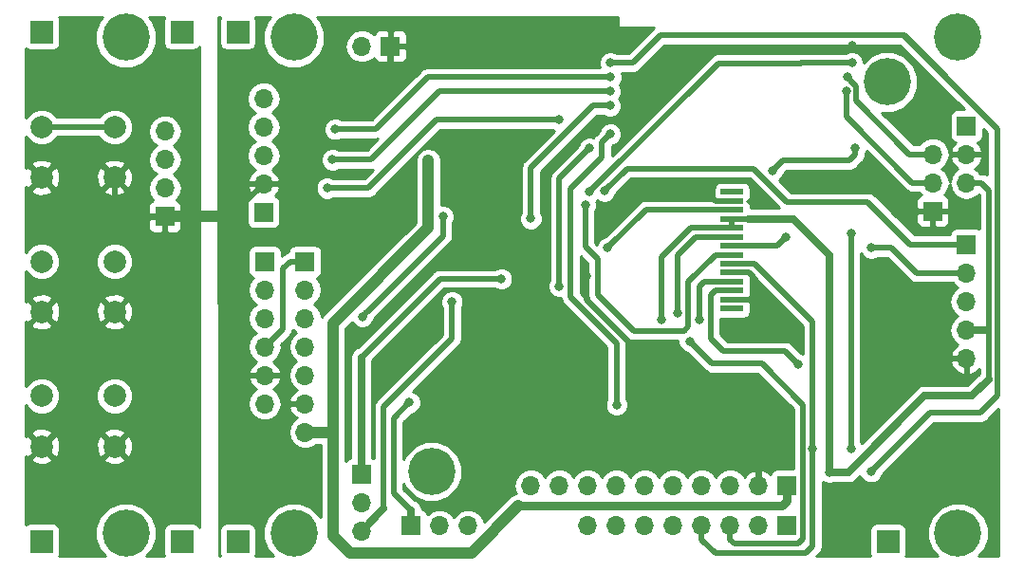
<source format=gbl>
G04 #@! TF.GenerationSoftware,KiCad,Pcbnew,(5.0.0)*
G04 #@! TF.CreationDate,2021-01-27T11:34:44+02:00*
G04 #@! TF.ProjectId,ESP32,45535033322E6B696361645F70636200,rev?*
G04 #@! TF.SameCoordinates,Original*
G04 #@! TF.FileFunction,Copper,L2,Bot,Signal*
G04 #@! TF.FilePolarity,Positive*
%FSLAX46Y46*%
G04 Gerber Fmt 4.6, Leading zero omitted, Abs format (unit mm)*
G04 Created by KiCad (PCBNEW (5.0.0)) date 01/27/21 11:34:44*
%MOMM*%
%LPD*%
G01*
G04 APERTURE LIST*
G04 #@! TA.AperFunction,ComponentPad*
%ADD10O,1.700000X1.700000*%
G04 #@! TD*
G04 #@! TA.AperFunction,ComponentPad*
%ADD11R,1.700000X1.700000*%
G04 #@! TD*
G04 #@! TA.AperFunction,SMDPad,CuDef*
%ADD12R,2.000000X2.000000*%
G04 #@! TD*
G04 #@! TA.AperFunction,ComponentPad*
%ADD13C,4.200000*%
G04 #@! TD*
G04 #@! TA.AperFunction,SMDPad,CuDef*
%ADD14R,2.000000X0.500000*%
G04 #@! TD*
G04 #@! TA.AperFunction,ComponentPad*
%ADD15C,2.000000*%
G04 #@! TD*
G04 #@! TA.AperFunction,ViaPad*
%ADD16C,0.800000*%
G04 #@! TD*
G04 #@! TA.AperFunction,Conductor*
%ADD17C,0.500000*%
G04 #@! TD*
G04 #@! TA.AperFunction,Conductor*
%ADD18C,1.000000*%
G04 #@! TD*
G04 #@! TA.AperFunction,Conductor*
%ADD19C,0.700000*%
G04 #@! TD*
G04 #@! TA.AperFunction,Conductor*
%ADD20C,0.800000*%
G04 #@! TD*
G04 #@! TA.AperFunction,Conductor*
%ADD21C,0.254000*%
G04 #@! TD*
G04 APERTURE END LIST*
D10*
G04 #@! TO.P,P2,3*
G04 #@! TO.N,+3V3*
X146800000Y-72100000D03*
G04 #@! TO.P,P2,2*
G04 #@! TO.N,GND*
X146800000Y-69560000D03*
D11*
G04 #@! TO.P,P2,1*
G04 #@! TO.N,IR*
X146800000Y-67020000D03*
G04 #@! TD*
D12*
G04 #@! TO.P,REF\002A\002A,1*
G04 #@! TO.N,N/C*
X64300000Y-104100000D03*
G04 #@! TD*
G04 #@! TO.P,REF\002A\002A,1*
G04 #@! TO.N,N/C*
X64300000Y-58600000D03*
G04 #@! TD*
G04 #@! TO.P,REF\002A\002A,1*
G04 #@! TO.N,N/C*
X81800000Y-58600000D03*
G04 #@! TD*
G04 #@! TO.P,REF\002A\002A,1*
G04 #@! TO.N,N/C*
X76800000Y-58600000D03*
G04 #@! TD*
G04 #@! TO.P,REF\002A\002A,1*
G04 #@! TO.N,N/C*
X76800000Y-104100000D03*
G04 #@! TD*
D13*
G04 #@! TO.P,Hole,TP*
G04 #@! TO.N,N/C*
X71800000Y-103350000D03*
G04 #@! TD*
G04 #@! TO.P,Hole,TP*
G04 #@! TO.N,N/C*
X71800000Y-59100000D03*
G04 #@! TD*
G04 #@! TO.P,Hole,TP*
G04 #@! TO.N,N/C*
X146050000Y-103350000D03*
G04 #@! TD*
G04 #@! TO.P,Hole,TP*
G04 #@! TO.N,N/C*
X139738000Y-63076000D03*
G04 #@! TD*
G04 #@! TO.P,Hole,TP*
G04 #@! TO.N,N/C*
X146050000Y-59100000D03*
G04 #@! TD*
G04 #@! TO.P,Hole,TP*
G04 #@! TO.N,N/C*
X86800000Y-59100000D03*
G04 #@! TD*
G04 #@! TO.P,Hole,TP*
G04 #@! TO.N,N/C*
X86800000Y-103350000D03*
G04 #@! TD*
D12*
G04 #@! TO.P,REF\002A\002A,1*
G04 #@! TO.N,N/C*
X139800000Y-104100000D03*
G04 #@! TD*
G04 #@! TO.P,REF\002A\002A,1*
G04 #@! TO.N,N/C*
X81800000Y-104100000D03*
G04 #@! TD*
D14*
G04 #@! TO.P,LCD1,1*
G04 #@! TO.N,N/C*
X125900000Y-83300000D03*
G04 #@! TO.P,LCD1,2*
G04 #@! TO.N,GND*
X125900000Y-82500000D03*
G04 #@! TO.P,LCD1,3*
G04 #@! TO.N,TFT-LED*
X125900000Y-81700000D03*
G04 #@! TO.P,LCD1,4*
G04 #@! TO.N,+3V3*
X125900000Y-80900000D03*
G04 #@! TO.P,LCD1,5*
G04 #@! TO.N,GND*
X125900000Y-80100000D03*
G04 #@! TO.P,LCD1,6*
G04 #@! TO.N,TFT-RESET*
X125900000Y-79300000D03*
G04 #@! TO.P,LCD1,7*
G04 #@! TO.N,TFT-A0*
X125900000Y-78500000D03*
G04 #@! TO.P,LCD1,8*
G04 #@! TO.N,TFT-SDA*
X125900000Y-77700000D03*
G04 #@! TO.P,LCD1,9*
G04 #@! TO.N,TFT-SCK*
X125900000Y-76900000D03*
G04 #@! TO.P,LCD1,10*
G04 #@! TO.N,+3V3*
X125900000Y-76100000D03*
G04 #@! TO.P,LCD1,11*
X125900000Y-75300000D03*
G04 #@! TO.P,LCD1,12*
G04 #@! TO.N,TFT-CS*
X125900000Y-74500000D03*
G04 #@! TO.P,LCD1,13*
G04 #@! TO.N,GND*
X125900000Y-73700000D03*
G04 #@! TO.P,LCD1,14*
G04 #@! TO.N,N/C*
X125900000Y-72900000D03*
G04 #@! TD*
D10*
G04 #@! TO.P,P10,3*
G04 #@! TO.N,TX*
X143800000Y-69520000D03*
G04 #@! TO.P,P10,2*
G04 #@! TO.N,RX*
X143800000Y-72060000D03*
D11*
G04 #@! TO.P,P10,1*
G04 #@! TO.N,GND*
X143800000Y-74600000D03*
G04 #@! TD*
D10*
G04 #@! TO.P,P3,5*
G04 #@! TO.N,GND*
X146800000Y-87760000D03*
G04 #@! TO.P,P3,4*
G04 #@! TO.N,+3V3*
X146800000Y-85220000D03*
G04 #@! TO.P,P3,3*
G04 #@! TO.N,ENC_BTN*
X146800000Y-82680000D03*
G04 #@! TO.P,P3,2*
G04 #@! TO.N,ENC_A*
X146800000Y-80140000D03*
D11*
G04 #@! TO.P,P3,1*
G04 #@! TO.N,ENC_B*
X146800000Y-77600000D03*
G04 #@! TD*
D10*
G04 #@! TO.P,P7,6*
G04 #@! TO.N,+5V-out*
X84200000Y-91800000D03*
G04 #@! TO.P,P7,5*
G04 #@! TO.N,GND*
X84200000Y-89260000D03*
G04 #@! TO.P,P7,4*
G04 #@! TO.N,PCM-LRCK*
X84200000Y-86720000D03*
G04 #@! TO.P,P7,3*
G04 #@! TO.N,PCM-DIN*
X84200000Y-84180000D03*
G04 #@! TO.P,P7,2*
G04 #@! TO.N,PCM-BCK*
X84200000Y-81640000D03*
D11*
G04 #@! TO.P,P7,1*
G04 #@! TO.N,PCM-SCK*
X84200000Y-79100000D03*
G04 #@! TD*
D10*
G04 #@! TO.P,P1,2*
G04 #@! TO.N,+5V*
X92860000Y-59900000D03*
D11*
G04 #@! TO.P,P1,1*
G04 #@! TO.N,GND*
X95400000Y-59900000D03*
G04 #@! TD*
D10*
G04 #@! TO.P,P9,10*
G04 #@! TO.N,IO34*
X107940000Y-99100000D03*
G04 #@! TO.P,P9,9*
G04 #@! TO.N,IO33*
X110480000Y-99100000D03*
G04 #@! TO.P,P9,8*
G04 #@! TO.N,IO12*
X113020000Y-99100000D03*
G04 #@! TO.P,P9,7*
G04 #@! TO.N,IO32*
X115560000Y-99100000D03*
G04 #@! TO.P,P9,6*
G04 #@! TO.N,TFT-SCK*
X118100000Y-99100000D03*
G04 #@! TO.P,P9,5*
G04 #@! TO.N,TFT-SDA*
X120640000Y-99100000D03*
G04 #@! TO.P,P9,4*
G04 #@! TO.N,IO19*
X123180000Y-99100000D03*
G04 #@! TO.P,P9,3*
G04 #@! TO.N,Net-(P9-Pad3)*
X125720000Y-99100000D03*
G04 #@! TO.P,P9,2*
G04 #@! TO.N,GND*
X128260000Y-99100000D03*
D11*
G04 #@! TO.P,P9,1*
G04 #@! TO.N,+5V-out*
X130800000Y-99100000D03*
G04 #@! TD*
D10*
G04 #@! TO.P,P6,8*
G04 #@! TO.N,Net-(P6-Pad8)*
X113020000Y-102700000D03*
G04 #@! TO.P,P6,7*
G04 #@! TO.N,TFT-SCK*
X115560000Y-102700000D03*
G04 #@! TO.P,P6,6*
G04 #@! TO.N,TFT-SDA*
X118100000Y-102700000D03*
G04 #@! TO.P,P6,5*
G04 #@! TO.N,TFT-A0*
X120640000Y-102700000D03*
G04 #@! TO.P,P6,4*
G04 #@! TO.N,TFT-RESET*
X123180000Y-102700000D03*
G04 #@! TO.P,P6,3*
G04 #@! TO.N,TFT-CS*
X125720000Y-102700000D03*
G04 #@! TO.P,P6,2*
G04 #@! TO.N,GND*
X128260000Y-102700000D03*
D11*
G04 #@! TO.P,P6,1*
G04 #@! TO.N,+3V3*
X130800000Y-102700000D03*
G04 #@! TD*
D13*
G04 #@! TO.P,Hole,TP*
G04 #@! TO.N,N/C*
X99098000Y-97850000D03*
G04 #@! TD*
D10*
G04 #@! TO.P,P4,4*
G04 #@! TO.N,BTN_A*
X75300000Y-67480000D03*
G04 #@! TO.P,P4,3*
G04 #@! TO.N,BTN_B*
X75300000Y-70020000D03*
G04 #@! TO.P,P4,2*
G04 #@! TO.N,BTN_C*
X75300000Y-72560000D03*
D11*
G04 #@! TO.P,P4,1*
G04 #@! TO.N,GND*
X75300000Y-75100000D03*
G04 #@! TD*
D15*
G04 #@! TO.P,SW3,1*
G04 #@! TO.N,BTN_A*
X64300000Y-67100000D03*
G04 #@! TO.P,SW3,2*
G04 #@! TO.N,GND*
X64300000Y-71600000D03*
G04 #@! TO.P,SW3,1*
G04 #@! TO.N,BTN_A*
X70800000Y-67100000D03*
G04 #@! TO.P,SW3,2*
G04 #@! TO.N,GND*
X70800000Y-71600000D03*
G04 #@! TD*
G04 #@! TO.P,SW4,1*
G04 #@! TO.N,BTN_B*
X64300000Y-79100000D03*
G04 #@! TO.P,SW4,2*
G04 #@! TO.N,GND*
X64300000Y-83600000D03*
G04 #@! TO.P,SW4,1*
G04 #@! TO.N,BTN_B*
X70800000Y-79100000D03*
G04 #@! TO.P,SW4,2*
G04 #@! TO.N,GND*
X70800000Y-83600000D03*
G04 #@! TD*
G04 #@! TO.P,SW5,1*
G04 #@! TO.N,BTN_C*
X64300000Y-91100000D03*
G04 #@! TO.P,SW5,2*
G04 #@! TO.N,GND*
X64300000Y-95600000D03*
G04 #@! TO.P,SW5,1*
G04 #@! TO.N,BTN_C*
X70800000Y-91100000D03*
G04 #@! TO.P,SW5,2*
G04 #@! TO.N,GND*
X70800000Y-95600000D03*
G04 #@! TD*
D10*
G04 #@! TO.P,P8,7*
G04 #@! TO.N,+5V-out*
X87800000Y-94340000D03*
G04 #@! TO.P,P8,6*
G04 #@! TO.N,GND*
X87800000Y-91800000D03*
G04 #@! TO.P,P8,5*
G04 #@! TO.N,Net-(P8-Pad5)*
X87800000Y-89260000D03*
G04 #@! TO.P,P8,4*
G04 #@! TO.N,Net-(P8-Pad4)*
X87800000Y-86720000D03*
G04 #@! TO.P,P8,3*
G04 #@! TO.N,PCM-DIN*
X87800000Y-84180000D03*
G04 #@! TO.P,P8,2*
G04 #@! TO.N,PCM-BCK*
X87800000Y-81640000D03*
D11*
G04 #@! TO.P,P8,1*
G04 #@! TO.N,PCM-LRCK*
X87800000Y-79100000D03*
G04 #@! TD*
G04 #@! TO.P,P11,1*
G04 #@! TO.N,Net-(P11-Pad1)*
X92800000Y-98100000D03*
D10*
G04 #@! TO.P,P11,2*
G04 #@! TO.N,Net-(C3-Pad2)*
X92800000Y-100640000D03*
G04 #@! TO.P,P11,3*
G04 #@! TO.N,Net-(P11-Pad3)*
X92800000Y-103180000D03*
G04 #@! TD*
G04 #@! TO.P,P12,3*
G04 #@! TO.N,Net-(C6-Pad2)*
X102340000Y-102700000D03*
G04 #@! TO.P,P12,2*
G04 #@! TO.N,Net-(C3-Pad2)*
X99800000Y-102700000D03*
D11*
G04 #@! TO.P,P12,1*
G04 #@! TO.N,Net-(C5-Pad2)*
X97260000Y-102700000D03*
G04 #@! TD*
G04 #@! TO.P,P5,1*
G04 #@! TO.N,+3V3*
X84100000Y-74700000D03*
D10*
G04 #@! TO.P,P5,2*
G04 #@! TO.N,GND*
X84100000Y-72160000D03*
G04 #@! TO.P,P5,3*
G04 #@! TO.N,BTN_C*
X84100000Y-69620000D03*
G04 #@! TO.P,P5,4*
G04 #@! TO.N,BTN_B*
X84100000Y-67080000D03*
G04 #@! TO.P,P5,5*
G04 #@! TO.N,BTN_A*
X84100000Y-64540000D03*
G04 #@! TD*
D16*
G04 #@! TO.N,RX*
X136100000Y-63900000D03*
G04 #@! TO.N,TX*
X136150000Y-62650000D03*
G04 #@! TO.N,ENC_A*
X138310000Y-77890000D03*
G04 #@! TO.N,ENC_B*
X114510000Y-72810000D03*
G04 #@! TO.N,TFT-CS*
X114810000Y-77890000D03*
X122100000Y-86200000D03*
G04 #@! TO.N,TFT-RESET*
X136530000Y-76620000D03*
X133089999Y-95800000D03*
X136500000Y-95800000D03*
G04 #@! TO.N,TFT-A0*
X112800000Y-74080000D03*
G04 #@! TO.N,TFT-SDA*
X130700000Y-76950000D03*
G04 #@! TO.N,TFT-SCK*
X136900000Y-69000000D03*
X129500000Y-71000000D03*
X121000000Y-83700000D03*
G04 #@! TO.N,PCM-DIN*
X113200000Y-72900000D03*
X136580000Y-61380000D03*
G04 #@! TO.N,BTN_A*
X115050000Y-62650000D03*
X90502500Y-67290000D03*
G04 #@! TO.N,BTN_B*
X114980000Y-63920000D03*
X90232500Y-70020000D03*
G04 #@! TO.N,BTN_C*
X89772500Y-72560000D03*
X110440000Y-66460000D03*
G04 #@! TO.N,GND*
X130700000Y-84800000D03*
X114000000Y-76600000D03*
X112900000Y-80400000D03*
X148700000Y-95850000D03*
X136600000Y-59800000D03*
X81260000Y-83600000D03*
G04 #@! TO.N,+3V3*
X134600000Y-97900000D03*
X100100000Y-75100000D03*
X92900000Y-84000000D03*
X123000000Y-84300000D03*
X119600000Y-84300000D03*
G04 #@! TO.N,IO34*
X107940000Y-75260000D03*
X115000000Y-65200000D03*
G04 #@! TO.N,+5V-out*
X98800000Y-70100000D03*
G04 #@! TO.N,IO32*
X115030000Y-67730000D03*
X115600000Y-91900000D03*
G04 #@! TO.N,IO33*
X113200000Y-69000000D03*
X110480000Y-81300000D03*
G04 #@! TO.N,TFT-LED*
X131800000Y-88300000D03*
G04 #@! TO.N,Net-(C5-Pad2)*
X97100000Y-91692150D03*
G04 #@! TO.N,Net-(P11-Pad1)*
X105300000Y-80654650D03*
G04 #@! TO.N,Net-(P11-Pad3)*
X100900000Y-82700000D03*
G04 #@! TO.N,Net-(R3-Pad2)*
X115020000Y-61380000D03*
X138287500Y-97862500D03*
G04 #@! TD*
D17*
G04 #@! TO.N,RX*
X136100000Y-63900000D02*
X136100000Y-66200000D01*
X141960000Y-72060000D02*
X143800000Y-72060000D01*
X136100000Y-66200000D02*
X141960000Y-72060000D01*
G04 #@! TO.N,TX*
X143800000Y-69520000D02*
X141720000Y-69520000D01*
X136549999Y-63049999D02*
X136150000Y-62650000D01*
X136950001Y-63450001D02*
X136549999Y-63049999D01*
X136950001Y-64750001D02*
X136950001Y-63450001D01*
X141720000Y-69520000D02*
X136950001Y-64750001D01*
G04 #@! TO.N,ENC_A*
X142340000Y-80140000D02*
X146800000Y-80140000D01*
X140090000Y-77890000D02*
X142340000Y-80140000D01*
X140090000Y-77890000D02*
X138310000Y-77890000D01*
X138310000Y-77890000D02*
X138310000Y-77890000D01*
G04 #@! TO.N,ENC_B*
X146800000Y-77600000D02*
X141800000Y-77600000D01*
X137999980Y-73799980D02*
X130799980Y-73799980D01*
X141800000Y-77600000D02*
X137999980Y-73799980D01*
X130799980Y-73799980D02*
X127800000Y-70800000D01*
X116520000Y-70800000D02*
X114510000Y-72810000D01*
X127800000Y-70800000D02*
X116520000Y-70800000D01*
G04 #@! TO.N,TFT-CS*
X118200000Y-74500000D02*
X114810000Y-77890000D01*
X125900000Y-74500000D02*
X118200000Y-74500000D01*
X124100000Y-88200000D02*
X128540000Y-88200000D01*
X122100000Y-86200000D02*
X124100000Y-88200000D01*
X132245000Y-91905000D02*
X132245000Y-103843000D01*
X128540000Y-88200000D02*
X132245000Y-91905000D01*
X125720000Y-103902081D02*
X126117919Y-104300000D01*
X125720000Y-102700000D02*
X125720000Y-103902081D01*
X131788000Y-104300000D02*
X132245000Y-103843000D01*
X126117919Y-104300000D02*
X131788000Y-104300000D01*
G04 #@! TO.N,TFT-RESET*
X125900000Y-79300000D02*
X127900000Y-79300000D01*
X133089999Y-84489999D02*
X127900000Y-79300000D01*
X124377919Y-105100000D02*
X132500000Y-105100000D01*
X133089999Y-104510001D02*
X133089999Y-95800000D01*
X132500000Y-105100000D02*
X133089999Y-104510001D01*
X123180000Y-103902081D02*
X124377919Y-105100000D01*
X123180000Y-102700000D02*
X123180000Y-103902081D01*
X133089999Y-95800000D02*
X133089999Y-84489999D01*
X136500000Y-76650000D02*
X136530000Y-76620000D01*
X136500000Y-95800000D02*
X136500000Y-76650000D01*
G04 #@! TO.N,TFT-A0*
X124400000Y-78500000D02*
X125900000Y-78500000D01*
X112800000Y-77800000D02*
X113900000Y-78900000D01*
X112800000Y-74080000D02*
X112800000Y-77800000D01*
X113900000Y-78900000D02*
X113900000Y-82100000D01*
X113900000Y-82100000D02*
X117100000Y-85300000D01*
X124400000Y-78500000D02*
X122000000Y-80900000D01*
X122000000Y-80900000D02*
X122000000Y-84900000D01*
X121600000Y-85300000D02*
X117100000Y-85300000D01*
X122000000Y-84900000D02*
X121600000Y-85300000D01*
G04 #@! TO.N,TFT-SDA*
X125910000Y-77710000D02*
X125900000Y-77700000D01*
X129950000Y-77700000D02*
X130700000Y-76950000D01*
X125900000Y-77700000D02*
X129950000Y-77700000D01*
G04 #@! TO.N,TFT-SCK*
X125900000Y-76900000D02*
X123400000Y-76900000D01*
X123400000Y-76900000D02*
X122600000Y-76900000D01*
X122600000Y-76900000D02*
X121000000Y-78500000D01*
X121000000Y-78500000D02*
X121000000Y-83700000D01*
X121000000Y-83700000D02*
X121000000Y-83700000D01*
X136900000Y-69565685D02*
X136365685Y-70100000D01*
X136900000Y-69000000D02*
X136900000Y-69565685D01*
X130400000Y-70100000D02*
X129500000Y-71000000D01*
X136365685Y-70100000D02*
X130400000Y-70100000D01*
G04 #@! TO.N,PCM-DIN*
X113200000Y-72900000D02*
X124700000Y-61400000D01*
X124700000Y-61400000D02*
X132000000Y-61400000D01*
X132020000Y-61380000D02*
X136580000Y-61380000D01*
X132000000Y-61400000D02*
X132020000Y-61380000D01*
G04 #@! TO.N,PCM-LRCK*
X86450000Y-79100000D02*
X85800000Y-79750000D01*
X87800000Y-79100000D02*
X86450000Y-79100000D01*
X85800000Y-85120000D02*
X84200000Y-86720000D01*
X85800000Y-79750000D02*
X85800000Y-85120000D01*
G04 #@! TO.N,BTN_A*
X98750000Y-62650000D02*
X115050000Y-62650000D01*
X64300000Y-67100000D02*
X70800000Y-67100000D01*
X94110000Y-67290000D02*
X94600000Y-66800000D01*
X90502500Y-67290000D02*
X94110000Y-67290000D01*
X94600000Y-66800000D02*
X98750000Y-62650000D01*
G04 #@! TO.N,BTN_B*
X93680000Y-70020000D02*
X99780000Y-63920000D01*
X99780000Y-63920000D02*
X114980000Y-63920000D01*
X90232500Y-70020000D02*
X93680000Y-70020000D01*
G04 #@! TO.N,BTN_C*
X89772500Y-72560000D02*
X93440000Y-72560000D01*
X93440000Y-72560000D02*
X99540000Y-66460000D01*
X99540000Y-66460000D02*
X110440000Y-66460000D01*
X110440000Y-66460000D02*
X110440000Y-66460000D01*
G04 #@! TO.N,GND*
X127400000Y-80100000D02*
X127790000Y-80490000D01*
X125900000Y-80100000D02*
X127400000Y-80100000D01*
X70800000Y-83600000D02*
X72900000Y-85700000D01*
X72900000Y-93500000D02*
X70800000Y-95600000D01*
X72900000Y-85700000D02*
X72900000Y-93500000D01*
X75300000Y-75100000D02*
X72200000Y-75100000D01*
X70800000Y-73700000D02*
X70800000Y-71600000D01*
X72200000Y-75100000D02*
X70800000Y-73700000D01*
X125900000Y-82500000D02*
X128400000Y-82500000D01*
X128400000Y-82500000D02*
X130700000Y-84800000D01*
X130700000Y-84800000D02*
X130700000Y-84800000D01*
X125900000Y-73700000D02*
X124400000Y-73700000D01*
X124400000Y-73700000D02*
X123400000Y-72700000D01*
X123400000Y-72700000D02*
X123400000Y-72700000D01*
X128260000Y-97860000D02*
X128260000Y-99100000D01*
X114520000Y-84120000D02*
X128260000Y-97860000D01*
X114520000Y-84120000D02*
X113100000Y-82700000D01*
X113100000Y-82700000D02*
X112900000Y-82500000D01*
X112900000Y-82500000D02*
X112900000Y-80400000D01*
X112900000Y-80400000D02*
X112900000Y-80400000D01*
X117900000Y-72700000D02*
X114000000Y-76600000D01*
X120900000Y-72700000D02*
X117900000Y-72700000D01*
X123400000Y-72700000D02*
X122610000Y-72700000D01*
X122610000Y-72700000D02*
X120900000Y-72700000D01*
X81500000Y-74760000D02*
X84100000Y-72160000D01*
D18*
X75300000Y-75100000D02*
X76650000Y-75100000D01*
X75300000Y-75100000D02*
X81500000Y-75100000D01*
D17*
X81500000Y-75100000D02*
X81500000Y-74760000D01*
X81260000Y-75000000D02*
X84100000Y-72160000D01*
X81260000Y-83600000D02*
X81260000Y-75000000D01*
X127790000Y-80490000D02*
X127790000Y-82290000D01*
X95400000Y-62040000D02*
X95400000Y-59900000D01*
X86540000Y-72160000D02*
X88600000Y-70100000D01*
X84100000Y-72160000D02*
X86540000Y-72160000D01*
X88600000Y-70100000D02*
X88600000Y-65300000D01*
X88600000Y-65300000D02*
X90800000Y-63100000D01*
X90800000Y-63100000D02*
X94340000Y-63100000D01*
X94340000Y-63100000D02*
X95400000Y-62040000D01*
G04 #@! TO.N,+3V3*
X127400000Y-75300000D02*
X125900000Y-75300000D01*
X92900000Y-84000000D02*
X92900000Y-84000000D01*
X92900000Y-84000000D02*
X92900000Y-84100000D01*
D19*
X131400000Y-75300000D02*
X130600000Y-75300000D01*
X134600000Y-78500000D02*
X131400000Y-75300000D01*
X130600000Y-75300000D02*
X127400000Y-75300000D01*
X148800000Y-89600000D02*
X147300000Y-91100000D01*
X147300000Y-91100000D02*
X146800000Y-91100000D01*
D17*
X148800000Y-85100000D02*
X148800000Y-87700000D01*
X148800000Y-87700000D02*
X148800000Y-89600000D01*
X93299999Y-83600001D02*
X93309999Y-83600001D01*
X92900000Y-84000000D02*
X93299999Y-83600001D01*
X100100000Y-76810000D02*
X100100000Y-75100000D01*
X93309999Y-83600001D02*
X100100000Y-76810000D01*
D19*
X136250000Y-97900000D02*
X143050000Y-91100000D01*
X134600000Y-97900000D02*
X136250000Y-97900000D01*
X146800000Y-91100000D02*
X143050000Y-91100000D01*
X134600000Y-97900000D02*
X134600000Y-78500000D01*
D17*
X148680000Y-85220000D02*
X148800000Y-85100000D01*
D19*
X146800000Y-85220000D02*
X148680000Y-85220000D01*
D17*
X125900000Y-75300000D02*
X125900000Y-76100000D01*
X125900000Y-80900000D02*
X124400000Y-80900000D01*
X124400000Y-80900000D02*
X123400000Y-80900000D01*
X123400000Y-80900000D02*
X123000000Y-81300000D01*
X123000000Y-81300000D02*
X123000000Y-84300000D01*
X123000000Y-84300000D02*
X123000000Y-84300000D01*
X122200000Y-76100000D02*
X125900000Y-76100000D01*
X119600000Y-84300000D02*
X119600000Y-78700000D01*
X119600000Y-78700000D02*
X122200000Y-76100000D01*
X148150000Y-72100000D02*
X146800000Y-72100000D01*
X148800000Y-85100000D02*
X148800000Y-72750000D01*
X148800000Y-72750000D02*
X148150000Y-72100000D01*
G04 #@! TO.N,IO34*
X107940000Y-75260000D02*
X107940000Y-70760000D01*
X107940000Y-70760000D02*
X113500000Y-65200000D01*
X113500000Y-65200000D02*
X115000000Y-65200000D01*
X115000000Y-65200000D02*
X115000000Y-65200000D01*
D18*
G04 #@! TO.N,+5V-out*
X98800000Y-74800000D02*
X98800000Y-70100000D01*
D20*
X130800000Y-100450000D02*
X130328000Y-100922000D01*
X130800000Y-99100000D02*
X130800000Y-100450000D01*
D18*
X102622000Y-105100000D02*
X106800000Y-100922000D01*
X91800000Y-105100000D02*
X102622000Y-105100000D01*
X90300000Y-103600000D02*
X91800000Y-105100000D01*
X90300000Y-96800000D02*
X90300000Y-103600000D01*
D20*
X106800000Y-100922000D02*
X130328000Y-100922000D01*
D17*
X90200000Y-92200000D02*
X90300000Y-92100000D01*
D18*
X98800000Y-76120000D02*
X90300000Y-84620000D01*
X98800000Y-74800000D02*
X98800000Y-76120000D01*
X90300000Y-84620000D02*
X90300000Y-92100000D01*
D17*
X90060000Y-94340000D02*
X90300000Y-94100000D01*
D18*
X87800000Y-94340000D02*
X90060000Y-94340000D01*
X90300000Y-92100000D02*
X90300000Y-94100000D01*
X90300000Y-94100000D02*
X90300000Y-96800000D01*
D17*
G04 #@! TO.N,IO32*
X114300000Y-69800000D02*
X111500000Y-72600000D01*
X115030000Y-67730000D02*
X114300000Y-68460000D01*
X114300000Y-68460000D02*
X114300000Y-69800000D01*
X115600000Y-91900000D02*
X115600000Y-86400000D01*
X111500000Y-72600000D02*
X111500000Y-82300000D01*
X115600000Y-86400000D02*
X111500000Y-82300000D01*
G04 #@! TO.N,IO33*
X110480000Y-71720000D02*
X113200000Y-69000000D01*
X110480000Y-81300000D02*
X110480000Y-71720000D01*
G04 #@! TO.N,TFT-LED*
X125134315Y-87100000D02*
X130600000Y-87100000D01*
X130600000Y-87100000D02*
X131800000Y-88300000D01*
X131800000Y-88300000D02*
X131800000Y-88300000D01*
X125900000Y-81700000D02*
X124400000Y-81700000D01*
X124400000Y-81700000D02*
X124000000Y-82100000D01*
X124000000Y-85965685D02*
X125134315Y-87100000D01*
X124000000Y-82100000D02*
X124000000Y-85965685D01*
G04 #@! TO.N,Net-(C5-Pad2)*
X97260000Y-101350000D02*
X95700000Y-99790000D01*
D19*
X97260000Y-102700000D02*
X97260000Y-101350000D01*
D17*
X95700000Y-93092150D02*
X97100000Y-91692150D01*
X95700000Y-99790000D02*
X95700000Y-93092150D01*
D19*
G04 #@! TO.N,Net-(P11-Pad1)*
X92800000Y-98100000D02*
X92800000Y-87700000D01*
D17*
X99845350Y-80654650D02*
X105300000Y-80654650D01*
X92800000Y-87700000D02*
X99845350Y-80654650D01*
G04 #@! TO.N,Net-(P11-Pad3)*
X100900000Y-82700000D02*
X100900000Y-86000000D01*
X100900000Y-86000000D02*
X94800000Y-92100000D01*
D19*
X94800000Y-101180000D02*
X92800000Y-103180000D01*
D17*
X94800000Y-92100000D02*
X94800000Y-101180000D01*
G04 #@! TO.N,Net-(R3-Pad2)*
X143550000Y-92600000D02*
X148050000Y-92600000D01*
X138287500Y-97862500D02*
X143550000Y-92600000D01*
X148050000Y-92600000D02*
X149550000Y-91100000D01*
X137400000Y-58900000D02*
X141300000Y-58900000D01*
X115020000Y-61380000D02*
X117020000Y-61380000D01*
X141299990Y-58899990D02*
X141600000Y-59200000D01*
X117020000Y-61380000D02*
X119500010Y-58899990D01*
X145000000Y-62600000D02*
X141600000Y-59200000D01*
X141600000Y-59200000D02*
X141300000Y-58900000D01*
X149550000Y-67259998D02*
X141189992Y-58899990D01*
X149550000Y-68200000D02*
X149550000Y-67259998D01*
X141189992Y-58899990D02*
X140700000Y-58899990D01*
X149550000Y-91100000D02*
X149550000Y-68200000D01*
X119500010Y-58899990D02*
X140700000Y-58899990D01*
X140700000Y-58899990D02*
X141299990Y-58899990D01*
G04 #@! TD*
D21*
G04 #@! TO.N,GND*
G36*
X149615001Y-105415000D02*
X147852874Y-105415000D01*
X148368621Y-104899253D01*
X148785000Y-103894025D01*
X148785000Y-102805975D01*
X148368621Y-101800747D01*
X147599253Y-101031379D01*
X146594025Y-100615000D01*
X145505975Y-100615000D01*
X144500747Y-101031379D01*
X143731379Y-101800747D01*
X143315000Y-102805975D01*
X143315000Y-103894025D01*
X143731379Y-104899253D01*
X144247126Y-105415000D01*
X141353232Y-105415000D01*
X141398157Y-105347765D01*
X141447440Y-105100000D01*
X141447440Y-103100000D01*
X141398157Y-102852235D01*
X141257809Y-102642191D01*
X141047765Y-102501843D01*
X140800000Y-102452560D01*
X138800000Y-102452560D01*
X138552235Y-102501843D01*
X138342191Y-102642191D01*
X138201843Y-102852235D01*
X138152560Y-103100000D01*
X138152560Y-105100000D01*
X138201843Y-105347765D01*
X138246768Y-105415000D01*
X133436579Y-105415000D01*
X133654155Y-105197424D01*
X133728048Y-105148050D01*
X133835376Y-104987424D01*
X133923651Y-104855311D01*
X133943665Y-104754691D01*
X133974999Y-104597166D01*
X133974999Y-104597162D01*
X133992336Y-104510001D01*
X133974999Y-104422840D01*
X133974999Y-98738710D01*
X134013720Y-98777431D01*
X134394126Y-98935000D01*
X134805874Y-98935000D01*
X134926585Y-98885000D01*
X136152992Y-98885000D01*
X136250000Y-98904296D01*
X136347008Y-98885000D01*
X136347012Y-98885000D01*
X136634328Y-98827849D01*
X136960145Y-98610145D01*
X137015098Y-98527902D01*
X137317559Y-98225441D01*
X137410069Y-98448780D01*
X137701220Y-98739931D01*
X138081626Y-98897500D01*
X138493374Y-98897500D01*
X138873780Y-98739931D01*
X139164931Y-98448780D01*
X139314931Y-98086647D01*
X143916579Y-93485000D01*
X147962839Y-93485000D01*
X148050000Y-93502337D01*
X148137161Y-93485000D01*
X148137165Y-93485000D01*
X148395310Y-93433652D01*
X148688049Y-93238049D01*
X148737425Y-93164153D01*
X149615001Y-92286578D01*
X149615001Y-105415000D01*
X149615001Y-105415000D01*
G37*
X149615001Y-105415000D02*
X147852874Y-105415000D01*
X148368621Y-104899253D01*
X148785000Y-103894025D01*
X148785000Y-102805975D01*
X148368621Y-101800747D01*
X147599253Y-101031379D01*
X146594025Y-100615000D01*
X145505975Y-100615000D01*
X144500747Y-101031379D01*
X143731379Y-101800747D01*
X143315000Y-102805975D01*
X143315000Y-103894025D01*
X143731379Y-104899253D01*
X144247126Y-105415000D01*
X141353232Y-105415000D01*
X141398157Y-105347765D01*
X141447440Y-105100000D01*
X141447440Y-103100000D01*
X141398157Y-102852235D01*
X141257809Y-102642191D01*
X141047765Y-102501843D01*
X140800000Y-102452560D01*
X138800000Y-102452560D01*
X138552235Y-102501843D01*
X138342191Y-102642191D01*
X138201843Y-102852235D01*
X138152560Y-103100000D01*
X138152560Y-105100000D01*
X138201843Y-105347765D01*
X138246768Y-105415000D01*
X133436579Y-105415000D01*
X133654155Y-105197424D01*
X133728048Y-105148050D01*
X133835376Y-104987424D01*
X133923651Y-104855311D01*
X133943665Y-104754691D01*
X133974999Y-104597166D01*
X133974999Y-104597162D01*
X133992336Y-104510001D01*
X133974999Y-104422840D01*
X133974999Y-98738710D01*
X134013720Y-98777431D01*
X134394126Y-98935000D01*
X134805874Y-98935000D01*
X134926585Y-98885000D01*
X136152992Y-98885000D01*
X136250000Y-98904296D01*
X136347008Y-98885000D01*
X136347012Y-98885000D01*
X136634328Y-98827849D01*
X136960145Y-98610145D01*
X137015098Y-98527902D01*
X137317559Y-98225441D01*
X137410069Y-98448780D01*
X137701220Y-98739931D01*
X138081626Y-98897500D01*
X138493374Y-98897500D01*
X138873780Y-98739931D01*
X139164931Y-98448780D01*
X139314931Y-98086647D01*
X143916579Y-93485000D01*
X147962839Y-93485000D01*
X148050000Y-93502337D01*
X148137161Y-93485000D01*
X148137165Y-93485000D01*
X148395310Y-93433652D01*
X148688049Y-93238049D01*
X148737425Y-93164153D01*
X149615001Y-92286578D01*
X149615001Y-105415000D01*
G36*
X80201843Y-57352235D02*
X80152560Y-57600000D01*
X80152560Y-59600000D01*
X80201843Y-59847765D01*
X80342191Y-60057809D01*
X80552235Y-60198157D01*
X80800000Y-60247440D01*
X82800000Y-60247440D01*
X83047765Y-60198157D01*
X83257809Y-60057809D01*
X83398157Y-59847765D01*
X83447440Y-59600000D01*
X83447440Y-57600000D01*
X83398157Y-57352235D01*
X83353232Y-57285000D01*
X84747126Y-57285000D01*
X84481379Y-57550747D01*
X84065000Y-58555975D01*
X84065000Y-59644025D01*
X84481379Y-60649253D01*
X85250747Y-61418621D01*
X86255975Y-61835000D01*
X87344025Y-61835000D01*
X88349253Y-61418621D01*
X89118621Y-60649253D01*
X89428971Y-59900000D01*
X91345908Y-59900000D01*
X91461161Y-60479418D01*
X91789375Y-60970625D01*
X92280582Y-61298839D01*
X92713744Y-61385000D01*
X93006256Y-61385000D01*
X93439418Y-61298839D01*
X93930625Y-60970625D01*
X93945096Y-60948967D01*
X94011673Y-61109698D01*
X94190301Y-61288327D01*
X94423690Y-61385000D01*
X95114250Y-61385000D01*
X95273000Y-61226250D01*
X95273000Y-60027000D01*
X95527000Y-60027000D01*
X95527000Y-61226250D01*
X95685750Y-61385000D01*
X96376310Y-61385000D01*
X96609699Y-61288327D01*
X96788327Y-61109698D01*
X96885000Y-60876309D01*
X96885000Y-60185750D01*
X96726250Y-60027000D01*
X95527000Y-60027000D01*
X95273000Y-60027000D01*
X95253000Y-60027000D01*
X95253000Y-59773000D01*
X95273000Y-59773000D01*
X95273000Y-58573750D01*
X95527000Y-58573750D01*
X95527000Y-59773000D01*
X96726250Y-59773000D01*
X96885000Y-59614250D01*
X96885000Y-58923691D01*
X96788327Y-58690302D01*
X96609699Y-58511673D01*
X96376310Y-58415000D01*
X95685750Y-58415000D01*
X95527000Y-58573750D01*
X95273000Y-58573750D01*
X95114250Y-58415000D01*
X94423690Y-58415000D01*
X94190301Y-58511673D01*
X94011673Y-58690302D01*
X93945096Y-58851033D01*
X93930625Y-58829375D01*
X93439418Y-58501161D01*
X93006256Y-58415000D01*
X92713744Y-58415000D01*
X92280582Y-58501161D01*
X91789375Y-58829375D01*
X91461161Y-59320582D01*
X91345908Y-59900000D01*
X89428971Y-59900000D01*
X89535000Y-59644025D01*
X89535000Y-58555975D01*
X89118621Y-57550747D01*
X88852874Y-57285000D01*
X115657189Y-57285000D01*
X115657189Y-58115811D01*
X115666919Y-58164562D01*
X115694502Y-58205729D01*
X115735739Y-58233206D01*
X115784352Y-58242811D01*
X118896566Y-58238819D01*
X118861961Y-58261941D01*
X118812587Y-58335834D01*
X116653422Y-60495000D01*
X115588007Y-60495000D01*
X115225874Y-60345000D01*
X114814126Y-60345000D01*
X114433720Y-60502569D01*
X114142569Y-60793720D01*
X113985000Y-61174126D01*
X113985000Y-61585874D01*
X114059196Y-61765000D01*
X98837159Y-61765000D01*
X98749999Y-61747663D01*
X98662839Y-61765000D01*
X98662835Y-61765000D01*
X98404690Y-61816348D01*
X98296880Y-61888385D01*
X98185845Y-61962576D01*
X98185844Y-61962577D01*
X98111951Y-62011951D01*
X98062577Y-62085844D01*
X94035846Y-66112576D01*
X93743422Y-66405000D01*
X91070507Y-66405000D01*
X90708374Y-66255000D01*
X90296626Y-66255000D01*
X89916220Y-66412569D01*
X89625069Y-66703720D01*
X89467500Y-67084126D01*
X89467500Y-67495874D01*
X89625069Y-67876280D01*
X89916220Y-68167431D01*
X90296626Y-68325000D01*
X90708374Y-68325000D01*
X91070507Y-68175000D01*
X94022839Y-68175000D01*
X94110000Y-68192337D01*
X94197161Y-68175000D01*
X94197165Y-68175000D01*
X94292356Y-68156065D01*
X93313422Y-69135000D01*
X90800507Y-69135000D01*
X90438374Y-68985000D01*
X90026626Y-68985000D01*
X89646220Y-69142569D01*
X89355069Y-69433720D01*
X89197500Y-69814126D01*
X89197500Y-70225874D01*
X89355069Y-70606280D01*
X89646220Y-70897431D01*
X90026626Y-71055000D01*
X90438374Y-71055000D01*
X90800507Y-70905000D01*
X93592839Y-70905000D01*
X93680000Y-70922337D01*
X93767161Y-70905000D01*
X93767165Y-70905000D01*
X93862357Y-70886065D01*
X93073422Y-71675000D01*
X90340507Y-71675000D01*
X89978374Y-71525000D01*
X89566626Y-71525000D01*
X89186220Y-71682569D01*
X88895069Y-71973720D01*
X88737500Y-72354126D01*
X88737500Y-72765874D01*
X88895069Y-73146280D01*
X89186220Y-73437431D01*
X89566626Y-73595000D01*
X89978374Y-73595000D01*
X90340507Y-73445000D01*
X93352839Y-73445000D01*
X93440000Y-73462337D01*
X93527161Y-73445000D01*
X93527165Y-73445000D01*
X93785310Y-73393652D01*
X94078049Y-73198049D01*
X94127425Y-73124153D01*
X99906579Y-67345000D01*
X109871993Y-67345000D01*
X110035638Y-67412784D01*
X107375845Y-70072577D01*
X107301952Y-70121951D01*
X107252578Y-70195844D01*
X107252576Y-70195846D01*
X107106348Y-70414691D01*
X107037663Y-70760000D01*
X107055001Y-70847165D01*
X107055000Y-74691993D01*
X106905000Y-75054126D01*
X106905000Y-75465874D01*
X107062569Y-75846280D01*
X107353720Y-76137431D01*
X107734126Y-76295000D01*
X108145874Y-76295000D01*
X108526280Y-76137431D01*
X108817431Y-75846280D01*
X108975000Y-75465874D01*
X108975000Y-75054126D01*
X108825000Y-74691993D01*
X108825000Y-71126578D01*
X113866579Y-66085000D01*
X114431993Y-66085000D01*
X114794126Y-66235000D01*
X115205874Y-66235000D01*
X115586280Y-66077431D01*
X115877431Y-65786280D01*
X116035000Y-65405874D01*
X116035000Y-64994126D01*
X115877431Y-64613720D01*
X115813711Y-64550000D01*
X115857431Y-64506280D01*
X116015000Y-64125874D01*
X116015000Y-63714126D01*
X115857431Y-63333720D01*
X115843711Y-63320000D01*
X115927431Y-63236280D01*
X116085000Y-62855874D01*
X116085000Y-62444126D01*
X116010804Y-62265000D01*
X116932839Y-62265000D01*
X117020000Y-62282337D01*
X117107161Y-62265000D01*
X117107165Y-62265000D01*
X117365310Y-62213652D01*
X117658049Y-62018049D01*
X117707425Y-61944153D01*
X119866589Y-59784990D01*
X137312785Y-59784990D01*
X137312835Y-59785000D01*
X140823424Y-59785000D01*
X146560983Y-65522560D01*
X145950000Y-65522560D01*
X145702235Y-65571843D01*
X145492191Y-65712191D01*
X145351843Y-65922235D01*
X145302560Y-66170000D01*
X145302560Y-67870000D01*
X145351843Y-68117765D01*
X145492191Y-68327809D01*
X145702235Y-68468157D01*
X145805708Y-68488739D01*
X145528355Y-68793076D01*
X145358524Y-69203110D01*
X145479845Y-69433000D01*
X146673000Y-69433000D01*
X146673000Y-69413000D01*
X146927000Y-69413000D01*
X146927000Y-69433000D01*
X148120155Y-69433000D01*
X148241476Y-69203110D01*
X148071645Y-68793076D01*
X147794292Y-68488739D01*
X147897765Y-68468157D01*
X148107809Y-68327809D01*
X148248157Y-68117765D01*
X148297440Y-67870000D01*
X148297440Y-67259017D01*
X148665001Y-67626578D01*
X148665000Y-68287164D01*
X148665001Y-68287169D01*
X148665001Y-71379732D01*
X148495310Y-71266348D01*
X148237165Y-71215000D01*
X148237161Y-71215000D01*
X148150000Y-71197663D01*
X148062839Y-71215000D01*
X147994656Y-71215000D01*
X147870625Y-71029375D01*
X147551522Y-70816157D01*
X147681358Y-70755183D01*
X148071645Y-70326924D01*
X148241476Y-69916890D01*
X148120155Y-69687000D01*
X146927000Y-69687000D01*
X146927000Y-69707000D01*
X146673000Y-69707000D01*
X146673000Y-69687000D01*
X145479845Y-69687000D01*
X145358524Y-69916890D01*
X145528355Y-70326924D01*
X145918642Y-70755183D01*
X146048478Y-70816157D01*
X145729375Y-71029375D01*
X145401161Y-71520582D01*
X145303978Y-72009154D01*
X145198839Y-71480582D01*
X144870625Y-70989375D01*
X144572239Y-70790000D01*
X144870625Y-70590625D01*
X145198839Y-70099418D01*
X145314092Y-69520000D01*
X145198839Y-68940582D01*
X144870625Y-68449375D01*
X144379418Y-68121161D01*
X143946256Y-68035000D01*
X143653744Y-68035000D01*
X143220582Y-68121161D01*
X142729375Y-68449375D01*
X142605344Y-68635000D01*
X142086579Y-68635000D01*
X139262578Y-65811000D01*
X140282025Y-65811000D01*
X141287253Y-65394621D01*
X142056621Y-64625253D01*
X142473000Y-63620025D01*
X142473000Y-62531975D01*
X142056621Y-61526747D01*
X141287253Y-60757379D01*
X140282025Y-60341000D01*
X139193975Y-60341000D01*
X138188747Y-60757379D01*
X137615000Y-61331126D01*
X137615000Y-61174126D01*
X137457431Y-60793720D01*
X137166280Y-60502569D01*
X136785874Y-60345000D01*
X136374126Y-60345000D01*
X136011993Y-60495000D01*
X132107159Y-60495000D01*
X132019999Y-60477663D01*
X131932840Y-60495000D01*
X131932835Y-60495000D01*
X131832288Y-60515000D01*
X124787161Y-60515000D01*
X124700000Y-60497663D01*
X124612839Y-60515000D01*
X124612835Y-60515000D01*
X124354690Y-60566348D01*
X124135845Y-60712576D01*
X124135844Y-60712577D01*
X124061951Y-60761951D01*
X124012577Y-60835844D01*
X115185000Y-69663422D01*
X115185000Y-68826578D01*
X115254148Y-68757431D01*
X115616280Y-68607431D01*
X115907431Y-68316280D01*
X116065000Y-67935874D01*
X116065000Y-67524126D01*
X115907431Y-67143720D01*
X115616280Y-66852569D01*
X115235874Y-66695000D01*
X114824126Y-66695000D01*
X114443720Y-66852569D01*
X114152569Y-67143720D01*
X114002569Y-67505852D01*
X113735847Y-67772575D01*
X113661951Y-67821951D01*
X113531578Y-68017068D01*
X113405874Y-67965000D01*
X112994126Y-67965000D01*
X112613720Y-68122569D01*
X112322569Y-68413720D01*
X112172569Y-68775852D01*
X109915845Y-71032577D01*
X109841952Y-71081951D01*
X109792578Y-71155844D01*
X109792576Y-71155846D01*
X109646348Y-71374691D01*
X109577663Y-71720000D01*
X109595001Y-71807165D01*
X109595000Y-80731993D01*
X109445000Y-81094126D01*
X109445000Y-81505874D01*
X109602569Y-81886280D01*
X109893720Y-82177431D01*
X110274126Y-82335000D01*
X110604625Y-82335000D01*
X110666348Y-82645309D01*
X110812576Y-82864154D01*
X110812578Y-82864156D01*
X110861952Y-82938049D01*
X110935845Y-82987423D01*
X114715001Y-86766580D01*
X114715000Y-91331993D01*
X114565000Y-91694126D01*
X114565000Y-92105874D01*
X114722569Y-92486280D01*
X115013720Y-92777431D01*
X115394126Y-92935000D01*
X115805874Y-92935000D01*
X116186280Y-92777431D01*
X116477431Y-92486280D01*
X116635000Y-92105874D01*
X116635000Y-91694126D01*
X116485000Y-91331993D01*
X116485000Y-86487161D01*
X116502337Y-86400000D01*
X116485000Y-86312839D01*
X116485000Y-86312835D01*
X116433652Y-86054690D01*
X116388706Y-85987424D01*
X116287424Y-85835845D01*
X116287423Y-85835844D01*
X116238049Y-85761951D01*
X116164156Y-85712577D01*
X112385000Y-81933422D01*
X112385000Y-78636578D01*
X113015000Y-79266579D01*
X113015001Y-82012835D01*
X112997663Y-82100000D01*
X113066348Y-82445309D01*
X113212576Y-82664154D01*
X113212578Y-82664156D01*
X113261952Y-82738049D01*
X113335845Y-82787423D01*
X116412577Y-85864156D01*
X116461951Y-85938049D01*
X116535844Y-85987423D01*
X116535845Y-85987424D01*
X116633762Y-86052850D01*
X116754690Y-86133652D01*
X117012835Y-86185000D01*
X117012839Y-86185000D01*
X117099999Y-86202337D01*
X117187159Y-86185000D01*
X121065000Y-86185000D01*
X121065000Y-86405874D01*
X121222569Y-86786280D01*
X121513720Y-87077431D01*
X121875853Y-87227431D01*
X123412577Y-88764156D01*
X123461951Y-88838049D01*
X123535844Y-88887423D01*
X123535845Y-88887424D01*
X123539485Y-88889856D01*
X123754690Y-89033652D01*
X124012835Y-89085000D01*
X124012839Y-89085000D01*
X124099999Y-89102337D01*
X124187159Y-89085000D01*
X128173422Y-89085000D01*
X131360000Y-92271579D01*
X131360000Y-97602560D01*
X129950000Y-97602560D01*
X129702235Y-97651843D01*
X129492191Y-97792191D01*
X129351843Y-98002235D01*
X129331261Y-98105708D01*
X129026924Y-97828355D01*
X128616890Y-97658524D01*
X128387000Y-97779845D01*
X128387000Y-98973000D01*
X128407000Y-98973000D01*
X128407000Y-99227000D01*
X128387000Y-99227000D01*
X128387000Y-99247000D01*
X128133000Y-99247000D01*
X128133000Y-99227000D01*
X128113000Y-99227000D01*
X128113000Y-98973000D01*
X128133000Y-98973000D01*
X128133000Y-97779845D01*
X127903110Y-97658524D01*
X127493076Y-97828355D01*
X127064817Y-98218642D01*
X127003843Y-98348478D01*
X126790625Y-98029375D01*
X126299418Y-97701161D01*
X125866256Y-97615000D01*
X125573744Y-97615000D01*
X125140582Y-97701161D01*
X124649375Y-98029375D01*
X124450000Y-98327761D01*
X124250625Y-98029375D01*
X123759418Y-97701161D01*
X123326256Y-97615000D01*
X123033744Y-97615000D01*
X122600582Y-97701161D01*
X122109375Y-98029375D01*
X121910000Y-98327761D01*
X121710625Y-98029375D01*
X121219418Y-97701161D01*
X120786256Y-97615000D01*
X120493744Y-97615000D01*
X120060582Y-97701161D01*
X119569375Y-98029375D01*
X119370000Y-98327761D01*
X119170625Y-98029375D01*
X118679418Y-97701161D01*
X118246256Y-97615000D01*
X117953744Y-97615000D01*
X117520582Y-97701161D01*
X117029375Y-98029375D01*
X116830000Y-98327761D01*
X116630625Y-98029375D01*
X116139418Y-97701161D01*
X115706256Y-97615000D01*
X115413744Y-97615000D01*
X114980582Y-97701161D01*
X114489375Y-98029375D01*
X114290000Y-98327761D01*
X114090625Y-98029375D01*
X113599418Y-97701161D01*
X113166256Y-97615000D01*
X112873744Y-97615000D01*
X112440582Y-97701161D01*
X111949375Y-98029375D01*
X111750000Y-98327761D01*
X111550625Y-98029375D01*
X111059418Y-97701161D01*
X110626256Y-97615000D01*
X110333744Y-97615000D01*
X109900582Y-97701161D01*
X109409375Y-98029375D01*
X109210000Y-98327761D01*
X109010625Y-98029375D01*
X108519418Y-97701161D01*
X108086256Y-97615000D01*
X107793744Y-97615000D01*
X107360582Y-97701161D01*
X106869375Y-98029375D01*
X106541161Y-98520582D01*
X106425908Y-99100000D01*
X106541161Y-99679418D01*
X106621864Y-99800199D01*
X106357145Y-99852855D01*
X106076476Y-100040392D01*
X103781552Y-102335316D01*
X103738839Y-102120582D01*
X103410625Y-101629375D01*
X102919418Y-101301161D01*
X102486256Y-101215000D01*
X102193744Y-101215000D01*
X101760582Y-101301161D01*
X101269375Y-101629375D01*
X101070000Y-101927761D01*
X100870625Y-101629375D01*
X100379418Y-101301161D01*
X99946256Y-101215000D01*
X99653744Y-101215000D01*
X99220582Y-101301161D01*
X98729375Y-101629375D01*
X98717184Y-101647619D01*
X98708157Y-101602235D01*
X98567809Y-101392191D01*
X98357765Y-101251843D01*
X98240117Y-101228442D01*
X98187849Y-100965672D01*
X97970145Y-100639855D01*
X97644328Y-100422151D01*
X97568683Y-100407104D01*
X96585000Y-99423422D01*
X96585000Y-98929981D01*
X96779379Y-99399253D01*
X97548747Y-100168621D01*
X98553975Y-100585000D01*
X99642025Y-100585000D01*
X100647253Y-100168621D01*
X101416621Y-99399253D01*
X101833000Y-98394025D01*
X101833000Y-97305975D01*
X101416621Y-96300747D01*
X100647253Y-95531379D01*
X99642025Y-95115000D01*
X98553975Y-95115000D01*
X97548747Y-95531379D01*
X96779379Y-96300747D01*
X96585000Y-96770019D01*
X96585000Y-93458728D01*
X97324148Y-92719581D01*
X97686280Y-92569581D01*
X97977431Y-92278430D01*
X98135000Y-91898024D01*
X98135000Y-91486276D01*
X97977431Y-91105870D01*
X97686280Y-90814719D01*
X97439202Y-90712376D01*
X101464156Y-86687423D01*
X101538049Y-86638049D01*
X101600017Y-86545309D01*
X101733652Y-86345310D01*
X101762091Y-86202337D01*
X101785000Y-86087165D01*
X101785000Y-86087161D01*
X101802337Y-86000000D01*
X101785000Y-85912839D01*
X101785000Y-83268007D01*
X101935000Y-82905874D01*
X101935000Y-82494126D01*
X101777431Y-82113720D01*
X101486280Y-81822569D01*
X101105874Y-81665000D01*
X100694126Y-81665000D01*
X100313720Y-81822569D01*
X100022569Y-82113720D01*
X99865000Y-82494126D01*
X99865000Y-82905874D01*
X100015000Y-83268007D01*
X100015001Y-85633420D01*
X94235847Y-91412575D01*
X94161951Y-91461951D01*
X93966348Y-91754691D01*
X93915000Y-92012836D01*
X93915000Y-92012839D01*
X93897663Y-92100000D01*
X93915000Y-92187161D01*
X93915001Y-96663359D01*
X93897765Y-96651843D01*
X93785000Y-96629413D01*
X93785000Y-87966578D01*
X100211929Y-81539650D01*
X104731993Y-81539650D01*
X105094126Y-81689650D01*
X105505874Y-81689650D01*
X105886280Y-81532081D01*
X106177431Y-81240930D01*
X106335000Y-80860524D01*
X106335000Y-80448776D01*
X106177431Y-80068370D01*
X105886280Y-79777219D01*
X105505874Y-79619650D01*
X105094126Y-79619650D01*
X104731993Y-79769650D01*
X99932511Y-79769650D01*
X99845350Y-79752313D01*
X99758189Y-79769650D01*
X99758185Y-79769650D01*
X99523910Y-79816250D01*
X99500040Y-79820998D01*
X99281195Y-79967226D01*
X99281194Y-79967227D01*
X99207301Y-80016601D01*
X99157927Y-80090494D01*
X92491318Y-86757104D01*
X92415673Y-86772151D01*
X92089856Y-86989855D01*
X91872152Y-87315672D01*
X91815001Y-87602988D01*
X91815000Y-96629413D01*
X91702235Y-96651843D01*
X91492191Y-96792191D01*
X91435000Y-96877783D01*
X91435000Y-85090131D01*
X91998049Y-84527082D01*
X92022569Y-84586280D01*
X92313720Y-84877431D01*
X92694126Y-85035000D01*
X93105874Y-85035000D01*
X93486280Y-84877431D01*
X93777431Y-84586280D01*
X93911579Y-84262418D01*
X93948048Y-84238050D01*
X93997424Y-84164154D01*
X100664156Y-77497422D01*
X100738049Y-77448049D01*
X100933652Y-77155310D01*
X100985000Y-76897165D01*
X100985000Y-76897161D01*
X101002337Y-76810000D01*
X100985000Y-76722839D01*
X100985000Y-75668007D01*
X101135000Y-75305874D01*
X101135000Y-74894126D01*
X100977431Y-74513720D01*
X100686280Y-74222569D01*
X100305874Y-74065000D01*
X99935000Y-74065000D01*
X99935000Y-69988217D01*
X99869146Y-69657145D01*
X99618289Y-69281711D01*
X99242855Y-69030854D01*
X98800000Y-68942765D01*
X98357146Y-69030854D01*
X97981712Y-69281711D01*
X97730855Y-69657145D01*
X97665001Y-69988217D01*
X97665000Y-74688217D01*
X97665000Y-75649868D01*
X89576482Y-83738387D01*
X89481711Y-83801711D01*
X89294560Y-84081804D01*
X89198839Y-83600582D01*
X88870625Y-83109375D01*
X88572239Y-82910000D01*
X88870625Y-82710625D01*
X89198839Y-82219418D01*
X89314092Y-81640000D01*
X89198839Y-81060582D01*
X88870625Y-80569375D01*
X88852381Y-80557184D01*
X88897765Y-80548157D01*
X89107809Y-80407809D01*
X89248157Y-80197765D01*
X89297440Y-79950000D01*
X89297440Y-78250000D01*
X89248157Y-78002235D01*
X89107809Y-77792191D01*
X88897765Y-77651843D01*
X88650000Y-77602560D01*
X86950000Y-77602560D01*
X86702235Y-77651843D01*
X86492191Y-77792191D01*
X86351843Y-78002235D01*
X86307326Y-78226041D01*
X86115720Y-78264154D01*
X86104690Y-78266348D01*
X85885845Y-78412576D01*
X85885844Y-78412577D01*
X85811951Y-78461951D01*
X85762577Y-78535844D01*
X85697440Y-78600981D01*
X85697440Y-78250000D01*
X85648157Y-78002235D01*
X85507809Y-77792191D01*
X85297765Y-77651843D01*
X85050000Y-77602560D01*
X83350000Y-77602560D01*
X83102235Y-77651843D01*
X82892191Y-77792191D01*
X82751843Y-78002235D01*
X82702560Y-78250000D01*
X82702560Y-79950000D01*
X82751843Y-80197765D01*
X82892191Y-80407809D01*
X83102235Y-80548157D01*
X83147619Y-80557184D01*
X83129375Y-80569375D01*
X82801161Y-81060582D01*
X82685908Y-81640000D01*
X82801161Y-82219418D01*
X83129375Y-82710625D01*
X83427761Y-82910000D01*
X83129375Y-83109375D01*
X82801161Y-83600582D01*
X82685908Y-84180000D01*
X82801161Y-84759418D01*
X83129375Y-85250625D01*
X83427761Y-85450000D01*
X83129375Y-85649375D01*
X82801161Y-86140582D01*
X82685908Y-86720000D01*
X82801161Y-87299418D01*
X83129375Y-87790625D01*
X83448478Y-88003843D01*
X83318642Y-88064817D01*
X82928355Y-88493076D01*
X82758524Y-88903110D01*
X82879845Y-89133000D01*
X84073000Y-89133000D01*
X84073000Y-89113000D01*
X84327000Y-89113000D01*
X84327000Y-89133000D01*
X85520155Y-89133000D01*
X85641476Y-88903110D01*
X85471645Y-88493076D01*
X85081358Y-88064817D01*
X84951522Y-88003843D01*
X85270625Y-87790625D01*
X85598839Y-87299418D01*
X85714092Y-86720000D01*
X85670538Y-86501040D01*
X86364156Y-85807423D01*
X86438049Y-85758049D01*
X86566835Y-85565309D01*
X86633652Y-85465310D01*
X86648167Y-85392336D01*
X86685000Y-85207165D01*
X86685000Y-85207161D01*
X86688517Y-85189477D01*
X86729375Y-85250625D01*
X87027761Y-85450000D01*
X86729375Y-85649375D01*
X86401161Y-86140582D01*
X86285908Y-86720000D01*
X86401161Y-87299418D01*
X86729375Y-87790625D01*
X87027761Y-87990000D01*
X86729375Y-88189375D01*
X86401161Y-88680582D01*
X86285908Y-89260000D01*
X86401161Y-89839418D01*
X86729375Y-90330625D01*
X87048478Y-90543843D01*
X86918642Y-90604817D01*
X86528355Y-91033076D01*
X86358524Y-91443110D01*
X86479845Y-91673000D01*
X87673000Y-91673000D01*
X87673000Y-91653000D01*
X87927000Y-91653000D01*
X87927000Y-91673000D01*
X87947000Y-91673000D01*
X87947000Y-91927000D01*
X87927000Y-91927000D01*
X87927000Y-91947000D01*
X87673000Y-91947000D01*
X87673000Y-91927000D01*
X86479845Y-91927000D01*
X86358524Y-92156890D01*
X86528355Y-92566924D01*
X86918642Y-92995183D01*
X87048478Y-93056157D01*
X86729375Y-93269375D01*
X86401161Y-93760582D01*
X86285908Y-94340000D01*
X86401161Y-94919418D01*
X86729375Y-95410625D01*
X87220582Y-95738839D01*
X87653744Y-95825000D01*
X87946256Y-95825000D01*
X88379418Y-95738839D01*
X88774281Y-95475000D01*
X89165001Y-95475000D01*
X89165001Y-96688213D01*
X89165000Y-96688218D01*
X89165001Y-101912718D01*
X89118621Y-101800747D01*
X88349253Y-101031379D01*
X87344025Y-100615000D01*
X86255975Y-100615000D01*
X85250747Y-101031379D01*
X84481379Y-101800747D01*
X84065000Y-102805975D01*
X84065000Y-103894025D01*
X84481379Y-104899253D01*
X84997126Y-105415000D01*
X83353232Y-105415000D01*
X83398157Y-105347765D01*
X83447440Y-105100000D01*
X83447440Y-103100000D01*
X83398157Y-102852235D01*
X83257809Y-102642191D01*
X83047765Y-102501843D01*
X82800000Y-102452560D01*
X80800000Y-102452560D01*
X80552235Y-102501843D01*
X80342191Y-102642191D01*
X80201843Y-102852235D01*
X80152560Y-103100000D01*
X80152560Y-105100000D01*
X80201843Y-105347765D01*
X80246768Y-105415000D01*
X80125816Y-105415000D01*
X80098256Y-91800000D01*
X82685908Y-91800000D01*
X82801161Y-92379418D01*
X83129375Y-92870625D01*
X83620582Y-93198839D01*
X84053744Y-93285000D01*
X84346256Y-93285000D01*
X84779418Y-93198839D01*
X85270625Y-92870625D01*
X85598839Y-92379418D01*
X85714092Y-91800000D01*
X85598839Y-91220582D01*
X85270625Y-90729375D01*
X84951522Y-90516157D01*
X85081358Y-90455183D01*
X85471645Y-90026924D01*
X85641476Y-89616890D01*
X85520155Y-89387000D01*
X84327000Y-89387000D01*
X84327000Y-89407000D01*
X84073000Y-89407000D01*
X84073000Y-89387000D01*
X82879845Y-89387000D01*
X82758524Y-89616890D01*
X82928355Y-90026924D01*
X83318642Y-90455183D01*
X83448478Y-90516157D01*
X83129375Y-90729375D01*
X82801161Y-91220582D01*
X82685908Y-91800000D01*
X80098256Y-91800000D01*
X80061920Y-73850000D01*
X82602560Y-73850000D01*
X82602560Y-75550000D01*
X82651843Y-75797765D01*
X82792191Y-76007809D01*
X83002235Y-76148157D01*
X83250000Y-76197440D01*
X84950000Y-76197440D01*
X85197765Y-76148157D01*
X85407809Y-76007809D01*
X85548157Y-75797765D01*
X85597440Y-75550000D01*
X85597440Y-73850000D01*
X85548157Y-73602235D01*
X85407809Y-73392191D01*
X85197765Y-73251843D01*
X85094292Y-73231261D01*
X85371645Y-72926924D01*
X85541476Y-72516890D01*
X85420155Y-72287000D01*
X84227000Y-72287000D01*
X84227000Y-72307000D01*
X83973000Y-72307000D01*
X83973000Y-72287000D01*
X82779845Y-72287000D01*
X82658524Y-72516890D01*
X82828355Y-72926924D01*
X83105708Y-73231261D01*
X83002235Y-73251843D01*
X82792191Y-73392191D01*
X82651843Y-73602235D01*
X82602560Y-73850000D01*
X80061920Y-73850000D01*
X80043074Y-64540000D01*
X82585908Y-64540000D01*
X82701161Y-65119418D01*
X83029375Y-65610625D01*
X83327761Y-65810000D01*
X83029375Y-66009375D01*
X82701161Y-66500582D01*
X82585908Y-67080000D01*
X82701161Y-67659418D01*
X83029375Y-68150625D01*
X83327761Y-68350000D01*
X83029375Y-68549375D01*
X82701161Y-69040582D01*
X82585908Y-69620000D01*
X82701161Y-70199418D01*
X83029375Y-70690625D01*
X83348478Y-70903843D01*
X83218642Y-70964817D01*
X82828355Y-71393076D01*
X82658524Y-71803110D01*
X82779845Y-72033000D01*
X83973000Y-72033000D01*
X83973000Y-72013000D01*
X84227000Y-72013000D01*
X84227000Y-72033000D01*
X85420155Y-72033000D01*
X85541476Y-71803110D01*
X85371645Y-71393076D01*
X84981358Y-70964817D01*
X84851522Y-70903843D01*
X85170625Y-70690625D01*
X85498839Y-70199418D01*
X85614092Y-69620000D01*
X85498839Y-69040582D01*
X85170625Y-68549375D01*
X84872239Y-68350000D01*
X85170625Y-68150625D01*
X85498839Y-67659418D01*
X85614092Y-67080000D01*
X85498839Y-66500582D01*
X85170625Y-66009375D01*
X84872239Y-65810000D01*
X85170625Y-65610625D01*
X85498839Y-65119418D01*
X85614092Y-64540000D01*
X85498839Y-63960582D01*
X85170625Y-63469375D01*
X84679418Y-63141161D01*
X84246256Y-63055000D01*
X83953744Y-63055000D01*
X83520582Y-63141161D01*
X83029375Y-63469375D01*
X82701161Y-63960582D01*
X82585908Y-64540000D01*
X80043074Y-64540000D01*
X80028387Y-57285000D01*
X80246768Y-57285000D01*
X80201843Y-57352235D01*
X80201843Y-57352235D01*
G37*
X80201843Y-57352235D02*
X80152560Y-57600000D01*
X80152560Y-59600000D01*
X80201843Y-59847765D01*
X80342191Y-60057809D01*
X80552235Y-60198157D01*
X80800000Y-60247440D01*
X82800000Y-60247440D01*
X83047765Y-60198157D01*
X83257809Y-60057809D01*
X83398157Y-59847765D01*
X83447440Y-59600000D01*
X83447440Y-57600000D01*
X83398157Y-57352235D01*
X83353232Y-57285000D01*
X84747126Y-57285000D01*
X84481379Y-57550747D01*
X84065000Y-58555975D01*
X84065000Y-59644025D01*
X84481379Y-60649253D01*
X85250747Y-61418621D01*
X86255975Y-61835000D01*
X87344025Y-61835000D01*
X88349253Y-61418621D01*
X89118621Y-60649253D01*
X89428971Y-59900000D01*
X91345908Y-59900000D01*
X91461161Y-60479418D01*
X91789375Y-60970625D01*
X92280582Y-61298839D01*
X92713744Y-61385000D01*
X93006256Y-61385000D01*
X93439418Y-61298839D01*
X93930625Y-60970625D01*
X93945096Y-60948967D01*
X94011673Y-61109698D01*
X94190301Y-61288327D01*
X94423690Y-61385000D01*
X95114250Y-61385000D01*
X95273000Y-61226250D01*
X95273000Y-60027000D01*
X95527000Y-60027000D01*
X95527000Y-61226250D01*
X95685750Y-61385000D01*
X96376310Y-61385000D01*
X96609699Y-61288327D01*
X96788327Y-61109698D01*
X96885000Y-60876309D01*
X96885000Y-60185750D01*
X96726250Y-60027000D01*
X95527000Y-60027000D01*
X95273000Y-60027000D01*
X95253000Y-60027000D01*
X95253000Y-59773000D01*
X95273000Y-59773000D01*
X95273000Y-58573750D01*
X95527000Y-58573750D01*
X95527000Y-59773000D01*
X96726250Y-59773000D01*
X96885000Y-59614250D01*
X96885000Y-58923691D01*
X96788327Y-58690302D01*
X96609699Y-58511673D01*
X96376310Y-58415000D01*
X95685750Y-58415000D01*
X95527000Y-58573750D01*
X95273000Y-58573750D01*
X95114250Y-58415000D01*
X94423690Y-58415000D01*
X94190301Y-58511673D01*
X94011673Y-58690302D01*
X93945096Y-58851033D01*
X93930625Y-58829375D01*
X93439418Y-58501161D01*
X93006256Y-58415000D01*
X92713744Y-58415000D01*
X92280582Y-58501161D01*
X91789375Y-58829375D01*
X91461161Y-59320582D01*
X91345908Y-59900000D01*
X89428971Y-59900000D01*
X89535000Y-59644025D01*
X89535000Y-58555975D01*
X89118621Y-57550747D01*
X88852874Y-57285000D01*
X115657189Y-57285000D01*
X115657189Y-58115811D01*
X115666919Y-58164562D01*
X115694502Y-58205729D01*
X115735739Y-58233206D01*
X115784352Y-58242811D01*
X118896566Y-58238819D01*
X118861961Y-58261941D01*
X118812587Y-58335834D01*
X116653422Y-60495000D01*
X115588007Y-60495000D01*
X115225874Y-60345000D01*
X114814126Y-60345000D01*
X114433720Y-60502569D01*
X114142569Y-60793720D01*
X113985000Y-61174126D01*
X113985000Y-61585874D01*
X114059196Y-61765000D01*
X98837159Y-61765000D01*
X98749999Y-61747663D01*
X98662839Y-61765000D01*
X98662835Y-61765000D01*
X98404690Y-61816348D01*
X98296880Y-61888385D01*
X98185845Y-61962576D01*
X98185844Y-61962577D01*
X98111951Y-62011951D01*
X98062577Y-62085844D01*
X94035846Y-66112576D01*
X93743422Y-66405000D01*
X91070507Y-66405000D01*
X90708374Y-66255000D01*
X90296626Y-66255000D01*
X89916220Y-66412569D01*
X89625069Y-66703720D01*
X89467500Y-67084126D01*
X89467500Y-67495874D01*
X89625069Y-67876280D01*
X89916220Y-68167431D01*
X90296626Y-68325000D01*
X90708374Y-68325000D01*
X91070507Y-68175000D01*
X94022839Y-68175000D01*
X94110000Y-68192337D01*
X94197161Y-68175000D01*
X94197165Y-68175000D01*
X94292356Y-68156065D01*
X93313422Y-69135000D01*
X90800507Y-69135000D01*
X90438374Y-68985000D01*
X90026626Y-68985000D01*
X89646220Y-69142569D01*
X89355069Y-69433720D01*
X89197500Y-69814126D01*
X89197500Y-70225874D01*
X89355069Y-70606280D01*
X89646220Y-70897431D01*
X90026626Y-71055000D01*
X90438374Y-71055000D01*
X90800507Y-70905000D01*
X93592839Y-70905000D01*
X93680000Y-70922337D01*
X93767161Y-70905000D01*
X93767165Y-70905000D01*
X93862357Y-70886065D01*
X93073422Y-71675000D01*
X90340507Y-71675000D01*
X89978374Y-71525000D01*
X89566626Y-71525000D01*
X89186220Y-71682569D01*
X88895069Y-71973720D01*
X88737500Y-72354126D01*
X88737500Y-72765874D01*
X88895069Y-73146280D01*
X89186220Y-73437431D01*
X89566626Y-73595000D01*
X89978374Y-73595000D01*
X90340507Y-73445000D01*
X93352839Y-73445000D01*
X93440000Y-73462337D01*
X93527161Y-73445000D01*
X93527165Y-73445000D01*
X93785310Y-73393652D01*
X94078049Y-73198049D01*
X94127425Y-73124153D01*
X99906579Y-67345000D01*
X109871993Y-67345000D01*
X110035638Y-67412784D01*
X107375845Y-70072577D01*
X107301952Y-70121951D01*
X107252578Y-70195844D01*
X107252576Y-70195846D01*
X107106348Y-70414691D01*
X107037663Y-70760000D01*
X107055001Y-70847165D01*
X107055000Y-74691993D01*
X106905000Y-75054126D01*
X106905000Y-75465874D01*
X107062569Y-75846280D01*
X107353720Y-76137431D01*
X107734126Y-76295000D01*
X108145874Y-76295000D01*
X108526280Y-76137431D01*
X108817431Y-75846280D01*
X108975000Y-75465874D01*
X108975000Y-75054126D01*
X108825000Y-74691993D01*
X108825000Y-71126578D01*
X113866579Y-66085000D01*
X114431993Y-66085000D01*
X114794126Y-66235000D01*
X115205874Y-66235000D01*
X115586280Y-66077431D01*
X115877431Y-65786280D01*
X116035000Y-65405874D01*
X116035000Y-64994126D01*
X115877431Y-64613720D01*
X115813711Y-64550000D01*
X115857431Y-64506280D01*
X116015000Y-64125874D01*
X116015000Y-63714126D01*
X115857431Y-63333720D01*
X115843711Y-63320000D01*
X115927431Y-63236280D01*
X116085000Y-62855874D01*
X116085000Y-62444126D01*
X116010804Y-62265000D01*
X116932839Y-62265000D01*
X117020000Y-62282337D01*
X117107161Y-62265000D01*
X117107165Y-62265000D01*
X117365310Y-62213652D01*
X117658049Y-62018049D01*
X117707425Y-61944153D01*
X119866589Y-59784990D01*
X137312785Y-59784990D01*
X137312835Y-59785000D01*
X140823424Y-59785000D01*
X146560983Y-65522560D01*
X145950000Y-65522560D01*
X145702235Y-65571843D01*
X145492191Y-65712191D01*
X145351843Y-65922235D01*
X145302560Y-66170000D01*
X145302560Y-67870000D01*
X145351843Y-68117765D01*
X145492191Y-68327809D01*
X145702235Y-68468157D01*
X145805708Y-68488739D01*
X145528355Y-68793076D01*
X145358524Y-69203110D01*
X145479845Y-69433000D01*
X146673000Y-69433000D01*
X146673000Y-69413000D01*
X146927000Y-69413000D01*
X146927000Y-69433000D01*
X148120155Y-69433000D01*
X148241476Y-69203110D01*
X148071645Y-68793076D01*
X147794292Y-68488739D01*
X147897765Y-68468157D01*
X148107809Y-68327809D01*
X148248157Y-68117765D01*
X148297440Y-67870000D01*
X148297440Y-67259017D01*
X148665001Y-67626578D01*
X148665000Y-68287164D01*
X148665001Y-68287169D01*
X148665001Y-71379732D01*
X148495310Y-71266348D01*
X148237165Y-71215000D01*
X148237161Y-71215000D01*
X148150000Y-71197663D01*
X148062839Y-71215000D01*
X147994656Y-71215000D01*
X147870625Y-71029375D01*
X147551522Y-70816157D01*
X147681358Y-70755183D01*
X148071645Y-70326924D01*
X148241476Y-69916890D01*
X148120155Y-69687000D01*
X146927000Y-69687000D01*
X146927000Y-69707000D01*
X146673000Y-69707000D01*
X146673000Y-69687000D01*
X145479845Y-69687000D01*
X145358524Y-69916890D01*
X145528355Y-70326924D01*
X145918642Y-70755183D01*
X146048478Y-70816157D01*
X145729375Y-71029375D01*
X145401161Y-71520582D01*
X145303978Y-72009154D01*
X145198839Y-71480582D01*
X144870625Y-70989375D01*
X144572239Y-70790000D01*
X144870625Y-70590625D01*
X145198839Y-70099418D01*
X145314092Y-69520000D01*
X145198839Y-68940582D01*
X144870625Y-68449375D01*
X144379418Y-68121161D01*
X143946256Y-68035000D01*
X143653744Y-68035000D01*
X143220582Y-68121161D01*
X142729375Y-68449375D01*
X142605344Y-68635000D01*
X142086579Y-68635000D01*
X139262578Y-65811000D01*
X140282025Y-65811000D01*
X141287253Y-65394621D01*
X142056621Y-64625253D01*
X142473000Y-63620025D01*
X142473000Y-62531975D01*
X142056621Y-61526747D01*
X141287253Y-60757379D01*
X140282025Y-60341000D01*
X139193975Y-60341000D01*
X138188747Y-60757379D01*
X137615000Y-61331126D01*
X137615000Y-61174126D01*
X137457431Y-60793720D01*
X137166280Y-60502569D01*
X136785874Y-60345000D01*
X136374126Y-60345000D01*
X136011993Y-60495000D01*
X132107159Y-60495000D01*
X132019999Y-60477663D01*
X131932840Y-60495000D01*
X131932835Y-60495000D01*
X131832288Y-60515000D01*
X124787161Y-60515000D01*
X124700000Y-60497663D01*
X124612839Y-60515000D01*
X124612835Y-60515000D01*
X124354690Y-60566348D01*
X124135845Y-60712576D01*
X124135844Y-60712577D01*
X124061951Y-60761951D01*
X124012577Y-60835844D01*
X115185000Y-69663422D01*
X115185000Y-68826578D01*
X115254148Y-68757431D01*
X115616280Y-68607431D01*
X115907431Y-68316280D01*
X116065000Y-67935874D01*
X116065000Y-67524126D01*
X115907431Y-67143720D01*
X115616280Y-66852569D01*
X115235874Y-66695000D01*
X114824126Y-66695000D01*
X114443720Y-66852569D01*
X114152569Y-67143720D01*
X114002569Y-67505852D01*
X113735847Y-67772575D01*
X113661951Y-67821951D01*
X113531578Y-68017068D01*
X113405874Y-67965000D01*
X112994126Y-67965000D01*
X112613720Y-68122569D01*
X112322569Y-68413720D01*
X112172569Y-68775852D01*
X109915845Y-71032577D01*
X109841952Y-71081951D01*
X109792578Y-71155844D01*
X109792576Y-71155846D01*
X109646348Y-71374691D01*
X109577663Y-71720000D01*
X109595001Y-71807165D01*
X109595000Y-80731993D01*
X109445000Y-81094126D01*
X109445000Y-81505874D01*
X109602569Y-81886280D01*
X109893720Y-82177431D01*
X110274126Y-82335000D01*
X110604625Y-82335000D01*
X110666348Y-82645309D01*
X110812576Y-82864154D01*
X110812578Y-82864156D01*
X110861952Y-82938049D01*
X110935845Y-82987423D01*
X114715001Y-86766580D01*
X114715000Y-91331993D01*
X114565000Y-91694126D01*
X114565000Y-92105874D01*
X114722569Y-92486280D01*
X115013720Y-92777431D01*
X115394126Y-92935000D01*
X115805874Y-92935000D01*
X116186280Y-92777431D01*
X116477431Y-92486280D01*
X116635000Y-92105874D01*
X116635000Y-91694126D01*
X116485000Y-91331993D01*
X116485000Y-86487161D01*
X116502337Y-86400000D01*
X116485000Y-86312839D01*
X116485000Y-86312835D01*
X116433652Y-86054690D01*
X116388706Y-85987424D01*
X116287424Y-85835845D01*
X116287423Y-85835844D01*
X116238049Y-85761951D01*
X116164156Y-85712577D01*
X112385000Y-81933422D01*
X112385000Y-78636578D01*
X113015000Y-79266579D01*
X113015001Y-82012835D01*
X112997663Y-82100000D01*
X113066348Y-82445309D01*
X113212576Y-82664154D01*
X113212578Y-82664156D01*
X113261952Y-82738049D01*
X113335845Y-82787423D01*
X116412577Y-85864156D01*
X116461951Y-85938049D01*
X116535844Y-85987423D01*
X116535845Y-85987424D01*
X116633762Y-86052850D01*
X116754690Y-86133652D01*
X117012835Y-86185000D01*
X117012839Y-86185000D01*
X117099999Y-86202337D01*
X117187159Y-86185000D01*
X121065000Y-86185000D01*
X121065000Y-86405874D01*
X121222569Y-86786280D01*
X121513720Y-87077431D01*
X121875853Y-87227431D01*
X123412577Y-88764156D01*
X123461951Y-88838049D01*
X123535844Y-88887423D01*
X123535845Y-88887424D01*
X123539485Y-88889856D01*
X123754690Y-89033652D01*
X124012835Y-89085000D01*
X124012839Y-89085000D01*
X124099999Y-89102337D01*
X124187159Y-89085000D01*
X128173422Y-89085000D01*
X131360000Y-92271579D01*
X131360000Y-97602560D01*
X129950000Y-97602560D01*
X129702235Y-97651843D01*
X129492191Y-97792191D01*
X129351843Y-98002235D01*
X129331261Y-98105708D01*
X129026924Y-97828355D01*
X128616890Y-97658524D01*
X128387000Y-97779845D01*
X128387000Y-98973000D01*
X128407000Y-98973000D01*
X128407000Y-99227000D01*
X128387000Y-99227000D01*
X128387000Y-99247000D01*
X128133000Y-99247000D01*
X128133000Y-99227000D01*
X128113000Y-99227000D01*
X128113000Y-98973000D01*
X128133000Y-98973000D01*
X128133000Y-97779845D01*
X127903110Y-97658524D01*
X127493076Y-97828355D01*
X127064817Y-98218642D01*
X127003843Y-98348478D01*
X126790625Y-98029375D01*
X126299418Y-97701161D01*
X125866256Y-97615000D01*
X125573744Y-97615000D01*
X125140582Y-97701161D01*
X124649375Y-98029375D01*
X124450000Y-98327761D01*
X124250625Y-98029375D01*
X123759418Y-97701161D01*
X123326256Y-97615000D01*
X123033744Y-97615000D01*
X122600582Y-97701161D01*
X122109375Y-98029375D01*
X121910000Y-98327761D01*
X121710625Y-98029375D01*
X121219418Y-97701161D01*
X120786256Y-97615000D01*
X120493744Y-97615000D01*
X120060582Y-97701161D01*
X119569375Y-98029375D01*
X119370000Y-98327761D01*
X119170625Y-98029375D01*
X118679418Y-97701161D01*
X118246256Y-97615000D01*
X117953744Y-97615000D01*
X117520582Y-97701161D01*
X117029375Y-98029375D01*
X116830000Y-98327761D01*
X116630625Y-98029375D01*
X116139418Y-97701161D01*
X115706256Y-97615000D01*
X115413744Y-97615000D01*
X114980582Y-97701161D01*
X114489375Y-98029375D01*
X114290000Y-98327761D01*
X114090625Y-98029375D01*
X113599418Y-97701161D01*
X113166256Y-97615000D01*
X112873744Y-97615000D01*
X112440582Y-97701161D01*
X111949375Y-98029375D01*
X111750000Y-98327761D01*
X111550625Y-98029375D01*
X111059418Y-97701161D01*
X110626256Y-97615000D01*
X110333744Y-97615000D01*
X109900582Y-97701161D01*
X109409375Y-98029375D01*
X109210000Y-98327761D01*
X109010625Y-98029375D01*
X108519418Y-97701161D01*
X108086256Y-97615000D01*
X107793744Y-97615000D01*
X107360582Y-97701161D01*
X106869375Y-98029375D01*
X106541161Y-98520582D01*
X106425908Y-99100000D01*
X106541161Y-99679418D01*
X106621864Y-99800199D01*
X106357145Y-99852855D01*
X106076476Y-100040392D01*
X103781552Y-102335316D01*
X103738839Y-102120582D01*
X103410625Y-101629375D01*
X102919418Y-101301161D01*
X102486256Y-101215000D01*
X102193744Y-101215000D01*
X101760582Y-101301161D01*
X101269375Y-101629375D01*
X101070000Y-101927761D01*
X100870625Y-101629375D01*
X100379418Y-101301161D01*
X99946256Y-101215000D01*
X99653744Y-101215000D01*
X99220582Y-101301161D01*
X98729375Y-101629375D01*
X98717184Y-101647619D01*
X98708157Y-101602235D01*
X98567809Y-101392191D01*
X98357765Y-101251843D01*
X98240117Y-101228442D01*
X98187849Y-100965672D01*
X97970145Y-100639855D01*
X97644328Y-100422151D01*
X97568683Y-100407104D01*
X96585000Y-99423422D01*
X96585000Y-98929981D01*
X96779379Y-99399253D01*
X97548747Y-100168621D01*
X98553975Y-100585000D01*
X99642025Y-100585000D01*
X100647253Y-100168621D01*
X101416621Y-99399253D01*
X101833000Y-98394025D01*
X101833000Y-97305975D01*
X101416621Y-96300747D01*
X100647253Y-95531379D01*
X99642025Y-95115000D01*
X98553975Y-95115000D01*
X97548747Y-95531379D01*
X96779379Y-96300747D01*
X96585000Y-96770019D01*
X96585000Y-93458728D01*
X97324148Y-92719581D01*
X97686280Y-92569581D01*
X97977431Y-92278430D01*
X98135000Y-91898024D01*
X98135000Y-91486276D01*
X97977431Y-91105870D01*
X97686280Y-90814719D01*
X97439202Y-90712376D01*
X101464156Y-86687423D01*
X101538049Y-86638049D01*
X101600017Y-86545309D01*
X101733652Y-86345310D01*
X101762091Y-86202337D01*
X101785000Y-86087165D01*
X101785000Y-86087161D01*
X101802337Y-86000000D01*
X101785000Y-85912839D01*
X101785000Y-83268007D01*
X101935000Y-82905874D01*
X101935000Y-82494126D01*
X101777431Y-82113720D01*
X101486280Y-81822569D01*
X101105874Y-81665000D01*
X100694126Y-81665000D01*
X100313720Y-81822569D01*
X100022569Y-82113720D01*
X99865000Y-82494126D01*
X99865000Y-82905874D01*
X100015000Y-83268007D01*
X100015001Y-85633420D01*
X94235847Y-91412575D01*
X94161951Y-91461951D01*
X93966348Y-91754691D01*
X93915000Y-92012836D01*
X93915000Y-92012839D01*
X93897663Y-92100000D01*
X93915000Y-92187161D01*
X93915001Y-96663359D01*
X93897765Y-96651843D01*
X93785000Y-96629413D01*
X93785000Y-87966578D01*
X100211929Y-81539650D01*
X104731993Y-81539650D01*
X105094126Y-81689650D01*
X105505874Y-81689650D01*
X105886280Y-81532081D01*
X106177431Y-81240930D01*
X106335000Y-80860524D01*
X106335000Y-80448776D01*
X106177431Y-80068370D01*
X105886280Y-79777219D01*
X105505874Y-79619650D01*
X105094126Y-79619650D01*
X104731993Y-79769650D01*
X99932511Y-79769650D01*
X99845350Y-79752313D01*
X99758189Y-79769650D01*
X99758185Y-79769650D01*
X99523910Y-79816250D01*
X99500040Y-79820998D01*
X99281195Y-79967226D01*
X99281194Y-79967227D01*
X99207301Y-80016601D01*
X99157927Y-80090494D01*
X92491318Y-86757104D01*
X92415673Y-86772151D01*
X92089856Y-86989855D01*
X91872152Y-87315672D01*
X91815001Y-87602988D01*
X91815000Y-96629413D01*
X91702235Y-96651843D01*
X91492191Y-96792191D01*
X91435000Y-96877783D01*
X91435000Y-85090131D01*
X91998049Y-84527082D01*
X92022569Y-84586280D01*
X92313720Y-84877431D01*
X92694126Y-85035000D01*
X93105874Y-85035000D01*
X93486280Y-84877431D01*
X93777431Y-84586280D01*
X93911579Y-84262418D01*
X93948048Y-84238050D01*
X93997424Y-84164154D01*
X100664156Y-77497422D01*
X100738049Y-77448049D01*
X100933652Y-77155310D01*
X100985000Y-76897165D01*
X100985000Y-76897161D01*
X101002337Y-76810000D01*
X100985000Y-76722839D01*
X100985000Y-75668007D01*
X101135000Y-75305874D01*
X101135000Y-74894126D01*
X100977431Y-74513720D01*
X100686280Y-74222569D01*
X100305874Y-74065000D01*
X99935000Y-74065000D01*
X99935000Y-69988217D01*
X99869146Y-69657145D01*
X99618289Y-69281711D01*
X99242855Y-69030854D01*
X98800000Y-68942765D01*
X98357146Y-69030854D01*
X97981712Y-69281711D01*
X97730855Y-69657145D01*
X97665001Y-69988217D01*
X97665000Y-74688217D01*
X97665000Y-75649868D01*
X89576482Y-83738387D01*
X89481711Y-83801711D01*
X89294560Y-84081804D01*
X89198839Y-83600582D01*
X88870625Y-83109375D01*
X88572239Y-82910000D01*
X88870625Y-82710625D01*
X89198839Y-82219418D01*
X89314092Y-81640000D01*
X89198839Y-81060582D01*
X88870625Y-80569375D01*
X88852381Y-80557184D01*
X88897765Y-80548157D01*
X89107809Y-80407809D01*
X89248157Y-80197765D01*
X89297440Y-79950000D01*
X89297440Y-78250000D01*
X89248157Y-78002235D01*
X89107809Y-77792191D01*
X88897765Y-77651843D01*
X88650000Y-77602560D01*
X86950000Y-77602560D01*
X86702235Y-77651843D01*
X86492191Y-77792191D01*
X86351843Y-78002235D01*
X86307326Y-78226041D01*
X86115720Y-78264154D01*
X86104690Y-78266348D01*
X85885845Y-78412576D01*
X85885844Y-78412577D01*
X85811951Y-78461951D01*
X85762577Y-78535844D01*
X85697440Y-78600981D01*
X85697440Y-78250000D01*
X85648157Y-78002235D01*
X85507809Y-77792191D01*
X85297765Y-77651843D01*
X85050000Y-77602560D01*
X83350000Y-77602560D01*
X83102235Y-77651843D01*
X82892191Y-77792191D01*
X82751843Y-78002235D01*
X82702560Y-78250000D01*
X82702560Y-79950000D01*
X82751843Y-80197765D01*
X82892191Y-80407809D01*
X83102235Y-80548157D01*
X83147619Y-80557184D01*
X83129375Y-80569375D01*
X82801161Y-81060582D01*
X82685908Y-81640000D01*
X82801161Y-82219418D01*
X83129375Y-82710625D01*
X83427761Y-82910000D01*
X83129375Y-83109375D01*
X82801161Y-83600582D01*
X82685908Y-84180000D01*
X82801161Y-84759418D01*
X83129375Y-85250625D01*
X83427761Y-85450000D01*
X83129375Y-85649375D01*
X82801161Y-86140582D01*
X82685908Y-86720000D01*
X82801161Y-87299418D01*
X83129375Y-87790625D01*
X83448478Y-88003843D01*
X83318642Y-88064817D01*
X82928355Y-88493076D01*
X82758524Y-88903110D01*
X82879845Y-89133000D01*
X84073000Y-89133000D01*
X84073000Y-89113000D01*
X84327000Y-89113000D01*
X84327000Y-89133000D01*
X85520155Y-89133000D01*
X85641476Y-88903110D01*
X85471645Y-88493076D01*
X85081358Y-88064817D01*
X84951522Y-88003843D01*
X85270625Y-87790625D01*
X85598839Y-87299418D01*
X85714092Y-86720000D01*
X85670538Y-86501040D01*
X86364156Y-85807423D01*
X86438049Y-85758049D01*
X86566835Y-85565309D01*
X86633652Y-85465310D01*
X86648167Y-85392336D01*
X86685000Y-85207165D01*
X86685000Y-85207161D01*
X86688517Y-85189477D01*
X86729375Y-85250625D01*
X87027761Y-85450000D01*
X86729375Y-85649375D01*
X86401161Y-86140582D01*
X86285908Y-86720000D01*
X86401161Y-87299418D01*
X86729375Y-87790625D01*
X87027761Y-87990000D01*
X86729375Y-88189375D01*
X86401161Y-88680582D01*
X86285908Y-89260000D01*
X86401161Y-89839418D01*
X86729375Y-90330625D01*
X87048478Y-90543843D01*
X86918642Y-90604817D01*
X86528355Y-91033076D01*
X86358524Y-91443110D01*
X86479845Y-91673000D01*
X87673000Y-91673000D01*
X87673000Y-91653000D01*
X87927000Y-91653000D01*
X87927000Y-91673000D01*
X87947000Y-91673000D01*
X87947000Y-91927000D01*
X87927000Y-91927000D01*
X87927000Y-91947000D01*
X87673000Y-91947000D01*
X87673000Y-91927000D01*
X86479845Y-91927000D01*
X86358524Y-92156890D01*
X86528355Y-92566924D01*
X86918642Y-92995183D01*
X87048478Y-93056157D01*
X86729375Y-93269375D01*
X86401161Y-93760582D01*
X86285908Y-94340000D01*
X86401161Y-94919418D01*
X86729375Y-95410625D01*
X87220582Y-95738839D01*
X87653744Y-95825000D01*
X87946256Y-95825000D01*
X88379418Y-95738839D01*
X88774281Y-95475000D01*
X89165001Y-95475000D01*
X89165001Y-96688213D01*
X89165000Y-96688218D01*
X89165001Y-101912718D01*
X89118621Y-101800747D01*
X88349253Y-101031379D01*
X87344025Y-100615000D01*
X86255975Y-100615000D01*
X85250747Y-101031379D01*
X84481379Y-101800747D01*
X84065000Y-102805975D01*
X84065000Y-103894025D01*
X84481379Y-104899253D01*
X84997126Y-105415000D01*
X83353232Y-105415000D01*
X83398157Y-105347765D01*
X83447440Y-105100000D01*
X83447440Y-103100000D01*
X83398157Y-102852235D01*
X83257809Y-102642191D01*
X83047765Y-102501843D01*
X82800000Y-102452560D01*
X80800000Y-102452560D01*
X80552235Y-102501843D01*
X80342191Y-102642191D01*
X80201843Y-102852235D01*
X80152560Y-103100000D01*
X80152560Y-105100000D01*
X80201843Y-105347765D01*
X80246768Y-105415000D01*
X80125816Y-105415000D01*
X80098256Y-91800000D01*
X82685908Y-91800000D01*
X82801161Y-92379418D01*
X83129375Y-92870625D01*
X83620582Y-93198839D01*
X84053744Y-93285000D01*
X84346256Y-93285000D01*
X84779418Y-93198839D01*
X85270625Y-92870625D01*
X85598839Y-92379418D01*
X85714092Y-91800000D01*
X85598839Y-91220582D01*
X85270625Y-90729375D01*
X84951522Y-90516157D01*
X85081358Y-90455183D01*
X85471645Y-90026924D01*
X85641476Y-89616890D01*
X85520155Y-89387000D01*
X84327000Y-89387000D01*
X84327000Y-89407000D01*
X84073000Y-89407000D01*
X84073000Y-89387000D01*
X82879845Y-89387000D01*
X82758524Y-89616890D01*
X82928355Y-90026924D01*
X83318642Y-90455183D01*
X83448478Y-90516157D01*
X83129375Y-90729375D01*
X82801161Y-91220582D01*
X82685908Y-91800000D01*
X80098256Y-91800000D01*
X80061920Y-73850000D01*
X82602560Y-73850000D01*
X82602560Y-75550000D01*
X82651843Y-75797765D01*
X82792191Y-76007809D01*
X83002235Y-76148157D01*
X83250000Y-76197440D01*
X84950000Y-76197440D01*
X85197765Y-76148157D01*
X85407809Y-76007809D01*
X85548157Y-75797765D01*
X85597440Y-75550000D01*
X85597440Y-73850000D01*
X85548157Y-73602235D01*
X85407809Y-73392191D01*
X85197765Y-73251843D01*
X85094292Y-73231261D01*
X85371645Y-72926924D01*
X85541476Y-72516890D01*
X85420155Y-72287000D01*
X84227000Y-72287000D01*
X84227000Y-72307000D01*
X83973000Y-72307000D01*
X83973000Y-72287000D01*
X82779845Y-72287000D01*
X82658524Y-72516890D01*
X82828355Y-72926924D01*
X83105708Y-73231261D01*
X83002235Y-73251843D01*
X82792191Y-73392191D01*
X82651843Y-73602235D01*
X82602560Y-73850000D01*
X80061920Y-73850000D01*
X80043074Y-64540000D01*
X82585908Y-64540000D01*
X82701161Y-65119418D01*
X83029375Y-65610625D01*
X83327761Y-65810000D01*
X83029375Y-66009375D01*
X82701161Y-66500582D01*
X82585908Y-67080000D01*
X82701161Y-67659418D01*
X83029375Y-68150625D01*
X83327761Y-68350000D01*
X83029375Y-68549375D01*
X82701161Y-69040582D01*
X82585908Y-69620000D01*
X82701161Y-70199418D01*
X83029375Y-70690625D01*
X83348478Y-70903843D01*
X83218642Y-70964817D01*
X82828355Y-71393076D01*
X82658524Y-71803110D01*
X82779845Y-72033000D01*
X83973000Y-72033000D01*
X83973000Y-72013000D01*
X84227000Y-72013000D01*
X84227000Y-72033000D01*
X85420155Y-72033000D01*
X85541476Y-71803110D01*
X85371645Y-71393076D01*
X84981358Y-70964817D01*
X84851522Y-70903843D01*
X85170625Y-70690625D01*
X85498839Y-70199418D01*
X85614092Y-69620000D01*
X85498839Y-69040582D01*
X85170625Y-68549375D01*
X84872239Y-68350000D01*
X85170625Y-68150625D01*
X85498839Y-67659418D01*
X85614092Y-67080000D01*
X85498839Y-66500582D01*
X85170625Y-66009375D01*
X84872239Y-65810000D01*
X85170625Y-65610625D01*
X85498839Y-65119418D01*
X85614092Y-64540000D01*
X85498839Y-63960582D01*
X85170625Y-63469375D01*
X84679418Y-63141161D01*
X84246256Y-63055000D01*
X83953744Y-63055000D01*
X83520582Y-63141161D01*
X83029375Y-63469375D01*
X82701161Y-63960582D01*
X82585908Y-64540000D01*
X80043074Y-64540000D01*
X80028387Y-57285000D01*
X80246768Y-57285000D01*
X80201843Y-57352235D01*
G36*
X69481379Y-57550747D02*
X69065000Y-58555975D01*
X69065000Y-59644025D01*
X69481379Y-60649253D01*
X70250747Y-61418621D01*
X71255975Y-61835000D01*
X72344025Y-61835000D01*
X73349253Y-61418621D01*
X74118621Y-60649253D01*
X74535000Y-59644025D01*
X74535000Y-58555975D01*
X74118621Y-57550747D01*
X73852874Y-57285000D01*
X75246768Y-57285000D01*
X75201843Y-57352235D01*
X75152560Y-57600000D01*
X75152560Y-59600000D01*
X75201843Y-59847765D01*
X75342191Y-60057809D01*
X75552235Y-60198157D01*
X75800000Y-60247440D01*
X77800000Y-60247440D01*
X78047765Y-60198157D01*
X78257809Y-60057809D01*
X78373000Y-59885415D01*
X78373000Y-102814585D01*
X78257809Y-102642191D01*
X78047765Y-102501843D01*
X77800000Y-102452560D01*
X75800000Y-102452560D01*
X75552235Y-102501843D01*
X75342191Y-102642191D01*
X75201843Y-102852235D01*
X75152560Y-103100000D01*
X75152560Y-105100000D01*
X75201843Y-105347765D01*
X75246768Y-105415000D01*
X73602874Y-105415000D01*
X74118621Y-104899253D01*
X74535000Y-103894025D01*
X74535000Y-102805975D01*
X74118621Y-101800747D01*
X73349253Y-101031379D01*
X72344025Y-100615000D01*
X71255975Y-100615000D01*
X70250747Y-101031379D01*
X69481379Y-101800747D01*
X69065000Y-102805975D01*
X69065000Y-103894025D01*
X69481379Y-104899253D01*
X69997126Y-105415000D01*
X65853232Y-105415000D01*
X65898157Y-105347765D01*
X65947440Y-105100000D01*
X65947440Y-103100000D01*
X65898157Y-102852235D01*
X65757809Y-102642191D01*
X65547765Y-102501843D01*
X65300000Y-102452560D01*
X63300000Y-102452560D01*
X63052235Y-102501843D01*
X62885000Y-102613587D01*
X62885000Y-96752532D01*
X63327073Y-96752532D01*
X63425736Y-97019387D01*
X64035461Y-97245908D01*
X64685460Y-97221856D01*
X65174264Y-97019387D01*
X65272927Y-96752532D01*
X69827073Y-96752532D01*
X69925736Y-97019387D01*
X70535461Y-97245908D01*
X71185460Y-97221856D01*
X71674264Y-97019387D01*
X71772927Y-96752532D01*
X70800000Y-95779605D01*
X69827073Y-96752532D01*
X65272927Y-96752532D01*
X64300000Y-95779605D01*
X63327073Y-96752532D01*
X62885000Y-96752532D01*
X62885000Y-96475886D01*
X63147468Y-96572927D01*
X64120395Y-95600000D01*
X64479605Y-95600000D01*
X65452532Y-96572927D01*
X65719387Y-96474264D01*
X65945908Y-95864539D01*
X65926331Y-95335461D01*
X69154092Y-95335461D01*
X69178144Y-95985460D01*
X69380613Y-96474264D01*
X69647468Y-96572927D01*
X70620395Y-95600000D01*
X70979605Y-95600000D01*
X71952532Y-96572927D01*
X72219387Y-96474264D01*
X72445908Y-95864539D01*
X72421856Y-95214540D01*
X72219387Y-94725736D01*
X71952532Y-94627073D01*
X70979605Y-95600000D01*
X70620395Y-95600000D01*
X69647468Y-94627073D01*
X69380613Y-94725736D01*
X69154092Y-95335461D01*
X65926331Y-95335461D01*
X65921856Y-95214540D01*
X65719387Y-94725736D01*
X65452532Y-94627073D01*
X64479605Y-95600000D01*
X64120395Y-95600000D01*
X63147468Y-94627073D01*
X62885000Y-94724114D01*
X62885000Y-94447468D01*
X63327073Y-94447468D01*
X64300000Y-95420395D01*
X65272927Y-94447468D01*
X69827073Y-94447468D01*
X70800000Y-95420395D01*
X71772927Y-94447468D01*
X71674264Y-94180613D01*
X71064539Y-93954092D01*
X70414540Y-93978144D01*
X69925736Y-94180613D01*
X69827073Y-94447468D01*
X65272927Y-94447468D01*
X65174264Y-94180613D01*
X64564539Y-93954092D01*
X63914540Y-93978144D01*
X63425736Y-94180613D01*
X63327073Y-94447468D01*
X62885000Y-94447468D01*
X62885000Y-91956348D01*
X62913914Y-92026153D01*
X63373847Y-92486086D01*
X63974778Y-92735000D01*
X64625222Y-92735000D01*
X65226153Y-92486086D01*
X65686086Y-92026153D01*
X65935000Y-91425222D01*
X65935000Y-90774778D01*
X69165000Y-90774778D01*
X69165000Y-91425222D01*
X69413914Y-92026153D01*
X69873847Y-92486086D01*
X70474778Y-92735000D01*
X71125222Y-92735000D01*
X71726153Y-92486086D01*
X72186086Y-92026153D01*
X72435000Y-91425222D01*
X72435000Y-90774778D01*
X72186086Y-90173847D01*
X71726153Y-89713914D01*
X71125222Y-89465000D01*
X70474778Y-89465000D01*
X69873847Y-89713914D01*
X69413914Y-90173847D01*
X69165000Y-90774778D01*
X65935000Y-90774778D01*
X65686086Y-90173847D01*
X65226153Y-89713914D01*
X64625222Y-89465000D01*
X63974778Y-89465000D01*
X63373847Y-89713914D01*
X62913914Y-90173847D01*
X62885000Y-90243652D01*
X62885000Y-84752532D01*
X63327073Y-84752532D01*
X63425736Y-85019387D01*
X64035461Y-85245908D01*
X64685460Y-85221856D01*
X65174264Y-85019387D01*
X65272927Y-84752532D01*
X69827073Y-84752532D01*
X69925736Y-85019387D01*
X70535461Y-85245908D01*
X71185460Y-85221856D01*
X71674264Y-85019387D01*
X71772927Y-84752532D01*
X70800000Y-83779605D01*
X69827073Y-84752532D01*
X65272927Y-84752532D01*
X64300000Y-83779605D01*
X63327073Y-84752532D01*
X62885000Y-84752532D01*
X62885000Y-84475886D01*
X63147468Y-84572927D01*
X64120395Y-83600000D01*
X64479605Y-83600000D01*
X65452532Y-84572927D01*
X65719387Y-84474264D01*
X65945908Y-83864539D01*
X65926331Y-83335461D01*
X69154092Y-83335461D01*
X69178144Y-83985460D01*
X69380613Y-84474264D01*
X69647468Y-84572927D01*
X70620395Y-83600000D01*
X70979605Y-83600000D01*
X71952532Y-84572927D01*
X72219387Y-84474264D01*
X72445908Y-83864539D01*
X72421856Y-83214540D01*
X72219387Y-82725736D01*
X71952532Y-82627073D01*
X70979605Y-83600000D01*
X70620395Y-83600000D01*
X69647468Y-82627073D01*
X69380613Y-82725736D01*
X69154092Y-83335461D01*
X65926331Y-83335461D01*
X65921856Y-83214540D01*
X65719387Y-82725736D01*
X65452532Y-82627073D01*
X64479605Y-83600000D01*
X64120395Y-83600000D01*
X63147468Y-82627073D01*
X62885000Y-82724114D01*
X62885000Y-82447468D01*
X63327073Y-82447468D01*
X64300000Y-83420395D01*
X65272927Y-82447468D01*
X69827073Y-82447468D01*
X70800000Y-83420395D01*
X71772927Y-82447468D01*
X71674264Y-82180613D01*
X71064539Y-81954092D01*
X70414540Y-81978144D01*
X69925736Y-82180613D01*
X69827073Y-82447468D01*
X65272927Y-82447468D01*
X65174264Y-82180613D01*
X64564539Y-81954092D01*
X63914540Y-81978144D01*
X63425736Y-82180613D01*
X63327073Y-82447468D01*
X62885000Y-82447468D01*
X62885000Y-79956348D01*
X62913914Y-80026153D01*
X63373847Y-80486086D01*
X63974778Y-80735000D01*
X64625222Y-80735000D01*
X65226153Y-80486086D01*
X65686086Y-80026153D01*
X65935000Y-79425222D01*
X65935000Y-78774778D01*
X69165000Y-78774778D01*
X69165000Y-79425222D01*
X69413914Y-80026153D01*
X69873847Y-80486086D01*
X70474778Y-80735000D01*
X71125222Y-80735000D01*
X71726153Y-80486086D01*
X72186086Y-80026153D01*
X72435000Y-79425222D01*
X72435000Y-78774778D01*
X72186086Y-78173847D01*
X71726153Y-77713914D01*
X71125222Y-77465000D01*
X70474778Y-77465000D01*
X69873847Y-77713914D01*
X69413914Y-78173847D01*
X69165000Y-78774778D01*
X65935000Y-78774778D01*
X65686086Y-78173847D01*
X65226153Y-77713914D01*
X64625222Y-77465000D01*
X63974778Y-77465000D01*
X63373847Y-77713914D01*
X62913914Y-78173847D01*
X62885000Y-78243652D01*
X62885000Y-75385750D01*
X73815000Y-75385750D01*
X73815000Y-76076310D01*
X73911673Y-76309699D01*
X74090302Y-76488327D01*
X74323691Y-76585000D01*
X75014250Y-76585000D01*
X75173000Y-76426250D01*
X75173000Y-75227000D01*
X75427000Y-75227000D01*
X75427000Y-76426250D01*
X75585750Y-76585000D01*
X76276309Y-76585000D01*
X76509698Y-76488327D01*
X76688327Y-76309699D01*
X76785000Y-76076310D01*
X76785000Y-75385750D01*
X76626250Y-75227000D01*
X75427000Y-75227000D01*
X75173000Y-75227000D01*
X73973750Y-75227000D01*
X73815000Y-75385750D01*
X62885000Y-75385750D01*
X62885000Y-72752532D01*
X63327073Y-72752532D01*
X63425736Y-73019387D01*
X64035461Y-73245908D01*
X64685460Y-73221856D01*
X65174264Y-73019387D01*
X65272927Y-72752532D01*
X69827073Y-72752532D01*
X69925736Y-73019387D01*
X70535461Y-73245908D01*
X71185460Y-73221856D01*
X71674264Y-73019387D01*
X71772927Y-72752532D01*
X70800000Y-71779605D01*
X69827073Y-72752532D01*
X65272927Y-72752532D01*
X64300000Y-71779605D01*
X63327073Y-72752532D01*
X62885000Y-72752532D01*
X62885000Y-72475886D01*
X63147468Y-72572927D01*
X64120395Y-71600000D01*
X64479605Y-71600000D01*
X65452532Y-72572927D01*
X65719387Y-72474264D01*
X65945908Y-71864539D01*
X65926331Y-71335461D01*
X69154092Y-71335461D01*
X69178144Y-71985460D01*
X69380613Y-72474264D01*
X69647468Y-72572927D01*
X70620395Y-71600000D01*
X70979605Y-71600000D01*
X71952532Y-72572927D01*
X72219387Y-72474264D01*
X72445908Y-71864539D01*
X72421856Y-71214540D01*
X72219387Y-70725736D01*
X71952532Y-70627073D01*
X70979605Y-71600000D01*
X70620395Y-71600000D01*
X69647468Y-70627073D01*
X69380613Y-70725736D01*
X69154092Y-71335461D01*
X65926331Y-71335461D01*
X65921856Y-71214540D01*
X65719387Y-70725736D01*
X65452532Y-70627073D01*
X64479605Y-71600000D01*
X64120395Y-71600000D01*
X63147468Y-70627073D01*
X62885000Y-70724114D01*
X62885000Y-70447468D01*
X63327073Y-70447468D01*
X64300000Y-71420395D01*
X65272927Y-70447468D01*
X69827073Y-70447468D01*
X70800000Y-71420395D01*
X71772927Y-70447468D01*
X71674264Y-70180613D01*
X71064539Y-69954092D01*
X70414540Y-69978144D01*
X69925736Y-70180613D01*
X69827073Y-70447468D01*
X65272927Y-70447468D01*
X65174264Y-70180613D01*
X64564539Y-69954092D01*
X63914540Y-69978144D01*
X63425736Y-70180613D01*
X63327073Y-70447468D01*
X62885000Y-70447468D01*
X62885000Y-67956348D01*
X62913914Y-68026153D01*
X63373847Y-68486086D01*
X63974778Y-68735000D01*
X64625222Y-68735000D01*
X65226153Y-68486086D01*
X65686086Y-68026153D01*
X65703132Y-67985000D01*
X69396868Y-67985000D01*
X69413914Y-68026153D01*
X69873847Y-68486086D01*
X70474778Y-68735000D01*
X71125222Y-68735000D01*
X71726153Y-68486086D01*
X72186086Y-68026153D01*
X72412310Y-67480000D01*
X73785908Y-67480000D01*
X73901161Y-68059418D01*
X74229375Y-68550625D01*
X74527761Y-68750000D01*
X74229375Y-68949375D01*
X73901161Y-69440582D01*
X73785908Y-70020000D01*
X73901161Y-70599418D01*
X74229375Y-71090625D01*
X74527761Y-71290000D01*
X74229375Y-71489375D01*
X73901161Y-71980582D01*
X73785908Y-72560000D01*
X73901161Y-73139418D01*
X74229375Y-73630625D01*
X74251033Y-73645096D01*
X74090302Y-73711673D01*
X73911673Y-73890301D01*
X73815000Y-74123690D01*
X73815000Y-74814250D01*
X73973750Y-74973000D01*
X75173000Y-74973000D01*
X75173000Y-74953000D01*
X75427000Y-74953000D01*
X75427000Y-74973000D01*
X76626250Y-74973000D01*
X76785000Y-74814250D01*
X76785000Y-74123690D01*
X76688327Y-73890301D01*
X76509698Y-73711673D01*
X76348967Y-73645096D01*
X76370625Y-73630625D01*
X76698839Y-73139418D01*
X76814092Y-72560000D01*
X76698839Y-71980582D01*
X76370625Y-71489375D01*
X76072239Y-71290000D01*
X76370625Y-71090625D01*
X76698839Y-70599418D01*
X76814092Y-70020000D01*
X76698839Y-69440582D01*
X76370625Y-68949375D01*
X76072239Y-68750000D01*
X76370625Y-68550625D01*
X76698839Y-68059418D01*
X76814092Y-67480000D01*
X76698839Y-66900582D01*
X76370625Y-66409375D01*
X75879418Y-66081161D01*
X75446256Y-65995000D01*
X75153744Y-65995000D01*
X74720582Y-66081161D01*
X74229375Y-66409375D01*
X73901161Y-66900582D01*
X73785908Y-67480000D01*
X72412310Y-67480000D01*
X72435000Y-67425222D01*
X72435000Y-66774778D01*
X72186086Y-66173847D01*
X71726153Y-65713914D01*
X71125222Y-65465000D01*
X70474778Y-65465000D01*
X69873847Y-65713914D01*
X69413914Y-66173847D01*
X69396868Y-66215000D01*
X65703132Y-66215000D01*
X65686086Y-66173847D01*
X65226153Y-65713914D01*
X64625222Y-65465000D01*
X63974778Y-65465000D01*
X63373847Y-65713914D01*
X62913914Y-66173847D01*
X62885000Y-66243652D01*
X62885000Y-60086413D01*
X63052235Y-60198157D01*
X63300000Y-60247440D01*
X65300000Y-60247440D01*
X65547765Y-60198157D01*
X65757809Y-60057809D01*
X65898157Y-59847765D01*
X65947440Y-59600000D01*
X65947440Y-57600000D01*
X65898157Y-57352235D01*
X65853232Y-57285000D01*
X69747126Y-57285000D01*
X69481379Y-57550747D01*
X69481379Y-57550747D01*
G37*
X69481379Y-57550747D02*
X69065000Y-58555975D01*
X69065000Y-59644025D01*
X69481379Y-60649253D01*
X70250747Y-61418621D01*
X71255975Y-61835000D01*
X72344025Y-61835000D01*
X73349253Y-61418621D01*
X74118621Y-60649253D01*
X74535000Y-59644025D01*
X74535000Y-58555975D01*
X74118621Y-57550747D01*
X73852874Y-57285000D01*
X75246768Y-57285000D01*
X75201843Y-57352235D01*
X75152560Y-57600000D01*
X75152560Y-59600000D01*
X75201843Y-59847765D01*
X75342191Y-60057809D01*
X75552235Y-60198157D01*
X75800000Y-60247440D01*
X77800000Y-60247440D01*
X78047765Y-60198157D01*
X78257809Y-60057809D01*
X78373000Y-59885415D01*
X78373000Y-102814585D01*
X78257809Y-102642191D01*
X78047765Y-102501843D01*
X77800000Y-102452560D01*
X75800000Y-102452560D01*
X75552235Y-102501843D01*
X75342191Y-102642191D01*
X75201843Y-102852235D01*
X75152560Y-103100000D01*
X75152560Y-105100000D01*
X75201843Y-105347765D01*
X75246768Y-105415000D01*
X73602874Y-105415000D01*
X74118621Y-104899253D01*
X74535000Y-103894025D01*
X74535000Y-102805975D01*
X74118621Y-101800747D01*
X73349253Y-101031379D01*
X72344025Y-100615000D01*
X71255975Y-100615000D01*
X70250747Y-101031379D01*
X69481379Y-101800747D01*
X69065000Y-102805975D01*
X69065000Y-103894025D01*
X69481379Y-104899253D01*
X69997126Y-105415000D01*
X65853232Y-105415000D01*
X65898157Y-105347765D01*
X65947440Y-105100000D01*
X65947440Y-103100000D01*
X65898157Y-102852235D01*
X65757809Y-102642191D01*
X65547765Y-102501843D01*
X65300000Y-102452560D01*
X63300000Y-102452560D01*
X63052235Y-102501843D01*
X62885000Y-102613587D01*
X62885000Y-96752532D01*
X63327073Y-96752532D01*
X63425736Y-97019387D01*
X64035461Y-97245908D01*
X64685460Y-97221856D01*
X65174264Y-97019387D01*
X65272927Y-96752532D01*
X69827073Y-96752532D01*
X69925736Y-97019387D01*
X70535461Y-97245908D01*
X71185460Y-97221856D01*
X71674264Y-97019387D01*
X71772927Y-96752532D01*
X70800000Y-95779605D01*
X69827073Y-96752532D01*
X65272927Y-96752532D01*
X64300000Y-95779605D01*
X63327073Y-96752532D01*
X62885000Y-96752532D01*
X62885000Y-96475886D01*
X63147468Y-96572927D01*
X64120395Y-95600000D01*
X64479605Y-95600000D01*
X65452532Y-96572927D01*
X65719387Y-96474264D01*
X65945908Y-95864539D01*
X65926331Y-95335461D01*
X69154092Y-95335461D01*
X69178144Y-95985460D01*
X69380613Y-96474264D01*
X69647468Y-96572927D01*
X70620395Y-95600000D01*
X70979605Y-95600000D01*
X71952532Y-96572927D01*
X72219387Y-96474264D01*
X72445908Y-95864539D01*
X72421856Y-95214540D01*
X72219387Y-94725736D01*
X71952532Y-94627073D01*
X70979605Y-95600000D01*
X70620395Y-95600000D01*
X69647468Y-94627073D01*
X69380613Y-94725736D01*
X69154092Y-95335461D01*
X65926331Y-95335461D01*
X65921856Y-95214540D01*
X65719387Y-94725736D01*
X65452532Y-94627073D01*
X64479605Y-95600000D01*
X64120395Y-95600000D01*
X63147468Y-94627073D01*
X62885000Y-94724114D01*
X62885000Y-94447468D01*
X63327073Y-94447468D01*
X64300000Y-95420395D01*
X65272927Y-94447468D01*
X69827073Y-94447468D01*
X70800000Y-95420395D01*
X71772927Y-94447468D01*
X71674264Y-94180613D01*
X71064539Y-93954092D01*
X70414540Y-93978144D01*
X69925736Y-94180613D01*
X69827073Y-94447468D01*
X65272927Y-94447468D01*
X65174264Y-94180613D01*
X64564539Y-93954092D01*
X63914540Y-93978144D01*
X63425736Y-94180613D01*
X63327073Y-94447468D01*
X62885000Y-94447468D01*
X62885000Y-91956348D01*
X62913914Y-92026153D01*
X63373847Y-92486086D01*
X63974778Y-92735000D01*
X64625222Y-92735000D01*
X65226153Y-92486086D01*
X65686086Y-92026153D01*
X65935000Y-91425222D01*
X65935000Y-90774778D01*
X69165000Y-90774778D01*
X69165000Y-91425222D01*
X69413914Y-92026153D01*
X69873847Y-92486086D01*
X70474778Y-92735000D01*
X71125222Y-92735000D01*
X71726153Y-92486086D01*
X72186086Y-92026153D01*
X72435000Y-91425222D01*
X72435000Y-90774778D01*
X72186086Y-90173847D01*
X71726153Y-89713914D01*
X71125222Y-89465000D01*
X70474778Y-89465000D01*
X69873847Y-89713914D01*
X69413914Y-90173847D01*
X69165000Y-90774778D01*
X65935000Y-90774778D01*
X65686086Y-90173847D01*
X65226153Y-89713914D01*
X64625222Y-89465000D01*
X63974778Y-89465000D01*
X63373847Y-89713914D01*
X62913914Y-90173847D01*
X62885000Y-90243652D01*
X62885000Y-84752532D01*
X63327073Y-84752532D01*
X63425736Y-85019387D01*
X64035461Y-85245908D01*
X64685460Y-85221856D01*
X65174264Y-85019387D01*
X65272927Y-84752532D01*
X69827073Y-84752532D01*
X69925736Y-85019387D01*
X70535461Y-85245908D01*
X71185460Y-85221856D01*
X71674264Y-85019387D01*
X71772927Y-84752532D01*
X70800000Y-83779605D01*
X69827073Y-84752532D01*
X65272927Y-84752532D01*
X64300000Y-83779605D01*
X63327073Y-84752532D01*
X62885000Y-84752532D01*
X62885000Y-84475886D01*
X63147468Y-84572927D01*
X64120395Y-83600000D01*
X64479605Y-83600000D01*
X65452532Y-84572927D01*
X65719387Y-84474264D01*
X65945908Y-83864539D01*
X65926331Y-83335461D01*
X69154092Y-83335461D01*
X69178144Y-83985460D01*
X69380613Y-84474264D01*
X69647468Y-84572927D01*
X70620395Y-83600000D01*
X70979605Y-83600000D01*
X71952532Y-84572927D01*
X72219387Y-84474264D01*
X72445908Y-83864539D01*
X72421856Y-83214540D01*
X72219387Y-82725736D01*
X71952532Y-82627073D01*
X70979605Y-83600000D01*
X70620395Y-83600000D01*
X69647468Y-82627073D01*
X69380613Y-82725736D01*
X69154092Y-83335461D01*
X65926331Y-83335461D01*
X65921856Y-83214540D01*
X65719387Y-82725736D01*
X65452532Y-82627073D01*
X64479605Y-83600000D01*
X64120395Y-83600000D01*
X63147468Y-82627073D01*
X62885000Y-82724114D01*
X62885000Y-82447468D01*
X63327073Y-82447468D01*
X64300000Y-83420395D01*
X65272927Y-82447468D01*
X69827073Y-82447468D01*
X70800000Y-83420395D01*
X71772927Y-82447468D01*
X71674264Y-82180613D01*
X71064539Y-81954092D01*
X70414540Y-81978144D01*
X69925736Y-82180613D01*
X69827073Y-82447468D01*
X65272927Y-82447468D01*
X65174264Y-82180613D01*
X64564539Y-81954092D01*
X63914540Y-81978144D01*
X63425736Y-82180613D01*
X63327073Y-82447468D01*
X62885000Y-82447468D01*
X62885000Y-79956348D01*
X62913914Y-80026153D01*
X63373847Y-80486086D01*
X63974778Y-80735000D01*
X64625222Y-80735000D01*
X65226153Y-80486086D01*
X65686086Y-80026153D01*
X65935000Y-79425222D01*
X65935000Y-78774778D01*
X69165000Y-78774778D01*
X69165000Y-79425222D01*
X69413914Y-80026153D01*
X69873847Y-80486086D01*
X70474778Y-80735000D01*
X71125222Y-80735000D01*
X71726153Y-80486086D01*
X72186086Y-80026153D01*
X72435000Y-79425222D01*
X72435000Y-78774778D01*
X72186086Y-78173847D01*
X71726153Y-77713914D01*
X71125222Y-77465000D01*
X70474778Y-77465000D01*
X69873847Y-77713914D01*
X69413914Y-78173847D01*
X69165000Y-78774778D01*
X65935000Y-78774778D01*
X65686086Y-78173847D01*
X65226153Y-77713914D01*
X64625222Y-77465000D01*
X63974778Y-77465000D01*
X63373847Y-77713914D01*
X62913914Y-78173847D01*
X62885000Y-78243652D01*
X62885000Y-75385750D01*
X73815000Y-75385750D01*
X73815000Y-76076310D01*
X73911673Y-76309699D01*
X74090302Y-76488327D01*
X74323691Y-76585000D01*
X75014250Y-76585000D01*
X75173000Y-76426250D01*
X75173000Y-75227000D01*
X75427000Y-75227000D01*
X75427000Y-76426250D01*
X75585750Y-76585000D01*
X76276309Y-76585000D01*
X76509698Y-76488327D01*
X76688327Y-76309699D01*
X76785000Y-76076310D01*
X76785000Y-75385750D01*
X76626250Y-75227000D01*
X75427000Y-75227000D01*
X75173000Y-75227000D01*
X73973750Y-75227000D01*
X73815000Y-75385750D01*
X62885000Y-75385750D01*
X62885000Y-72752532D01*
X63327073Y-72752532D01*
X63425736Y-73019387D01*
X64035461Y-73245908D01*
X64685460Y-73221856D01*
X65174264Y-73019387D01*
X65272927Y-72752532D01*
X69827073Y-72752532D01*
X69925736Y-73019387D01*
X70535461Y-73245908D01*
X71185460Y-73221856D01*
X71674264Y-73019387D01*
X71772927Y-72752532D01*
X70800000Y-71779605D01*
X69827073Y-72752532D01*
X65272927Y-72752532D01*
X64300000Y-71779605D01*
X63327073Y-72752532D01*
X62885000Y-72752532D01*
X62885000Y-72475886D01*
X63147468Y-72572927D01*
X64120395Y-71600000D01*
X64479605Y-71600000D01*
X65452532Y-72572927D01*
X65719387Y-72474264D01*
X65945908Y-71864539D01*
X65926331Y-71335461D01*
X69154092Y-71335461D01*
X69178144Y-71985460D01*
X69380613Y-72474264D01*
X69647468Y-72572927D01*
X70620395Y-71600000D01*
X70979605Y-71600000D01*
X71952532Y-72572927D01*
X72219387Y-72474264D01*
X72445908Y-71864539D01*
X72421856Y-71214540D01*
X72219387Y-70725736D01*
X71952532Y-70627073D01*
X70979605Y-71600000D01*
X70620395Y-71600000D01*
X69647468Y-70627073D01*
X69380613Y-70725736D01*
X69154092Y-71335461D01*
X65926331Y-71335461D01*
X65921856Y-71214540D01*
X65719387Y-70725736D01*
X65452532Y-70627073D01*
X64479605Y-71600000D01*
X64120395Y-71600000D01*
X63147468Y-70627073D01*
X62885000Y-70724114D01*
X62885000Y-70447468D01*
X63327073Y-70447468D01*
X64300000Y-71420395D01*
X65272927Y-70447468D01*
X69827073Y-70447468D01*
X70800000Y-71420395D01*
X71772927Y-70447468D01*
X71674264Y-70180613D01*
X71064539Y-69954092D01*
X70414540Y-69978144D01*
X69925736Y-70180613D01*
X69827073Y-70447468D01*
X65272927Y-70447468D01*
X65174264Y-70180613D01*
X64564539Y-69954092D01*
X63914540Y-69978144D01*
X63425736Y-70180613D01*
X63327073Y-70447468D01*
X62885000Y-70447468D01*
X62885000Y-67956348D01*
X62913914Y-68026153D01*
X63373847Y-68486086D01*
X63974778Y-68735000D01*
X64625222Y-68735000D01*
X65226153Y-68486086D01*
X65686086Y-68026153D01*
X65703132Y-67985000D01*
X69396868Y-67985000D01*
X69413914Y-68026153D01*
X69873847Y-68486086D01*
X70474778Y-68735000D01*
X71125222Y-68735000D01*
X71726153Y-68486086D01*
X72186086Y-68026153D01*
X72412310Y-67480000D01*
X73785908Y-67480000D01*
X73901161Y-68059418D01*
X74229375Y-68550625D01*
X74527761Y-68750000D01*
X74229375Y-68949375D01*
X73901161Y-69440582D01*
X73785908Y-70020000D01*
X73901161Y-70599418D01*
X74229375Y-71090625D01*
X74527761Y-71290000D01*
X74229375Y-71489375D01*
X73901161Y-71980582D01*
X73785908Y-72560000D01*
X73901161Y-73139418D01*
X74229375Y-73630625D01*
X74251033Y-73645096D01*
X74090302Y-73711673D01*
X73911673Y-73890301D01*
X73815000Y-74123690D01*
X73815000Y-74814250D01*
X73973750Y-74973000D01*
X75173000Y-74973000D01*
X75173000Y-74953000D01*
X75427000Y-74953000D01*
X75427000Y-74973000D01*
X76626250Y-74973000D01*
X76785000Y-74814250D01*
X76785000Y-74123690D01*
X76688327Y-73890301D01*
X76509698Y-73711673D01*
X76348967Y-73645096D01*
X76370625Y-73630625D01*
X76698839Y-73139418D01*
X76814092Y-72560000D01*
X76698839Y-71980582D01*
X76370625Y-71489375D01*
X76072239Y-71290000D01*
X76370625Y-71090625D01*
X76698839Y-70599418D01*
X76814092Y-70020000D01*
X76698839Y-69440582D01*
X76370625Y-68949375D01*
X76072239Y-68750000D01*
X76370625Y-68550625D01*
X76698839Y-68059418D01*
X76814092Y-67480000D01*
X76698839Y-66900582D01*
X76370625Y-66409375D01*
X75879418Y-66081161D01*
X75446256Y-65995000D01*
X75153744Y-65995000D01*
X74720582Y-66081161D01*
X74229375Y-66409375D01*
X73901161Y-66900582D01*
X73785908Y-67480000D01*
X72412310Y-67480000D01*
X72435000Y-67425222D01*
X72435000Y-66774778D01*
X72186086Y-66173847D01*
X71726153Y-65713914D01*
X71125222Y-65465000D01*
X70474778Y-65465000D01*
X69873847Y-65713914D01*
X69413914Y-66173847D01*
X69396868Y-66215000D01*
X65703132Y-66215000D01*
X65686086Y-66173847D01*
X65226153Y-65713914D01*
X64625222Y-65465000D01*
X63974778Y-65465000D01*
X63373847Y-65713914D01*
X62913914Y-66173847D01*
X62885000Y-66243652D01*
X62885000Y-60086413D01*
X63052235Y-60198157D01*
X63300000Y-60247440D01*
X65300000Y-60247440D01*
X65547765Y-60198157D01*
X65757809Y-60057809D01*
X65898157Y-59847765D01*
X65947440Y-59600000D01*
X65947440Y-57600000D01*
X65898157Y-57352235D01*
X65853232Y-57285000D01*
X69747126Y-57285000D01*
X69481379Y-57550747D01*
G36*
X128387000Y-102573000D02*
X128407000Y-102573000D01*
X128407000Y-102827000D01*
X128387000Y-102827000D01*
X128387000Y-102847000D01*
X128133000Y-102847000D01*
X128133000Y-102827000D01*
X128113000Y-102827000D01*
X128113000Y-102573000D01*
X128133000Y-102573000D01*
X128133000Y-102553000D01*
X128387000Y-102553000D01*
X128387000Y-102573000D01*
X128387000Y-102573000D01*
G37*
X128387000Y-102573000D02*
X128407000Y-102573000D01*
X128407000Y-102827000D01*
X128387000Y-102827000D01*
X128387000Y-102847000D01*
X128133000Y-102847000D01*
X128133000Y-102827000D01*
X128113000Y-102827000D01*
X128113000Y-102573000D01*
X128133000Y-102573000D01*
X128133000Y-102553000D01*
X128387000Y-102553000D01*
X128387000Y-102573000D01*
G36*
X137432569Y-78476280D02*
X137723720Y-78767431D01*
X138104126Y-78925000D01*
X138515874Y-78925000D01*
X138878007Y-78775000D01*
X139723422Y-78775000D01*
X141652577Y-80704156D01*
X141701951Y-80778049D01*
X141775844Y-80827423D01*
X141775845Y-80827424D01*
X141966313Y-80954691D01*
X141994690Y-80973652D01*
X142252835Y-81025000D01*
X142252839Y-81025000D01*
X142340000Y-81042337D01*
X142427161Y-81025000D01*
X145605344Y-81025000D01*
X145729375Y-81210625D01*
X146027761Y-81410000D01*
X145729375Y-81609375D01*
X145401161Y-82100582D01*
X145285908Y-82680000D01*
X145401161Y-83259418D01*
X145729375Y-83750625D01*
X146027761Y-83950000D01*
X145729375Y-84149375D01*
X145401161Y-84640582D01*
X145285908Y-85220000D01*
X145401161Y-85799418D01*
X145729375Y-86290625D01*
X146048478Y-86503843D01*
X145918642Y-86564817D01*
X145528355Y-86993076D01*
X145358524Y-87403110D01*
X145479845Y-87633000D01*
X146673000Y-87633000D01*
X146673000Y-87613000D01*
X146927000Y-87613000D01*
X146927000Y-87633000D01*
X146947000Y-87633000D01*
X146947000Y-87887000D01*
X146927000Y-87887000D01*
X146927000Y-89080819D01*
X147156892Y-89201486D01*
X147681358Y-88955183D01*
X147915001Y-88698809D01*
X147915001Y-89091999D01*
X146892000Y-90115000D01*
X143147007Y-90115000D01*
X143049999Y-90095704D01*
X142952991Y-90115000D01*
X142952988Y-90115000D01*
X142665672Y-90172151D01*
X142339855Y-90389855D01*
X142284902Y-90472098D01*
X137426007Y-95330993D01*
X137385000Y-95231993D01*
X137385000Y-88116890D01*
X145358524Y-88116890D01*
X145528355Y-88526924D01*
X145918642Y-88955183D01*
X146443108Y-89201486D01*
X146673000Y-89080819D01*
X146673000Y-87887000D01*
X145479845Y-87887000D01*
X145358524Y-88116890D01*
X137385000Y-88116890D01*
X137385000Y-78361438D01*
X137432569Y-78476280D01*
X137432569Y-78476280D01*
G37*
X137432569Y-78476280D02*
X137723720Y-78767431D01*
X138104126Y-78925000D01*
X138515874Y-78925000D01*
X138878007Y-78775000D01*
X139723422Y-78775000D01*
X141652577Y-80704156D01*
X141701951Y-80778049D01*
X141775844Y-80827423D01*
X141775845Y-80827424D01*
X141966313Y-80954691D01*
X141994690Y-80973652D01*
X142252835Y-81025000D01*
X142252839Y-81025000D01*
X142340000Y-81042337D01*
X142427161Y-81025000D01*
X145605344Y-81025000D01*
X145729375Y-81210625D01*
X146027761Y-81410000D01*
X145729375Y-81609375D01*
X145401161Y-82100582D01*
X145285908Y-82680000D01*
X145401161Y-83259418D01*
X145729375Y-83750625D01*
X146027761Y-83950000D01*
X145729375Y-84149375D01*
X145401161Y-84640582D01*
X145285908Y-85220000D01*
X145401161Y-85799418D01*
X145729375Y-86290625D01*
X146048478Y-86503843D01*
X145918642Y-86564817D01*
X145528355Y-86993076D01*
X145358524Y-87403110D01*
X145479845Y-87633000D01*
X146673000Y-87633000D01*
X146673000Y-87613000D01*
X146927000Y-87613000D01*
X146927000Y-87633000D01*
X146947000Y-87633000D01*
X146947000Y-87887000D01*
X146927000Y-87887000D01*
X146927000Y-89080819D01*
X147156892Y-89201486D01*
X147681358Y-88955183D01*
X147915001Y-88698809D01*
X147915001Y-89091999D01*
X146892000Y-90115000D01*
X143147007Y-90115000D01*
X143049999Y-90095704D01*
X142952991Y-90115000D01*
X142952988Y-90115000D01*
X142665672Y-90172151D01*
X142339855Y-90389855D01*
X142284902Y-90472098D01*
X137426007Y-95330993D01*
X137385000Y-95231993D01*
X137385000Y-88116890D01*
X145358524Y-88116890D01*
X145528355Y-88526924D01*
X145918642Y-88955183D01*
X146443108Y-89201486D01*
X146673000Y-89080819D01*
X146673000Y-87887000D01*
X145479845Y-87887000D01*
X145358524Y-88116890D01*
X137385000Y-88116890D01*
X137385000Y-78361438D01*
X137432569Y-78476280D01*
G36*
X132205000Y-84856579D02*
X132205000Y-87347480D01*
X132024148Y-87272569D01*
X131287425Y-86535847D01*
X131238049Y-86461951D01*
X130945310Y-86266348D01*
X130687165Y-86215000D01*
X130687161Y-86215000D01*
X130600000Y-86197663D01*
X130512839Y-86215000D01*
X125500894Y-86215000D01*
X124885000Y-85599107D01*
X124885000Y-84194456D01*
X124900000Y-84197440D01*
X126900000Y-84197440D01*
X127147765Y-84148157D01*
X127357809Y-84007809D01*
X127498157Y-83797765D01*
X127547440Y-83550000D01*
X127547440Y-83050000D01*
X127520064Y-82912369D01*
X127535000Y-82876310D01*
X127535000Y-82783750D01*
X127386742Y-82635492D01*
X127357809Y-82592191D01*
X127219836Y-82500000D01*
X127357809Y-82407809D01*
X127386742Y-82364508D01*
X127535000Y-82216250D01*
X127535000Y-82123690D01*
X127520064Y-82087631D01*
X127547440Y-81950000D01*
X127547440Y-81450000D01*
X127517603Y-81300000D01*
X127547440Y-81150000D01*
X127547440Y-80650000D01*
X127520064Y-80512369D01*
X127535000Y-80476310D01*
X127535000Y-80383750D01*
X127386742Y-80235492D01*
X127381069Y-80227002D01*
X127535000Y-80227002D01*
X127535000Y-80186578D01*
X132205000Y-84856579D01*
X132205000Y-84856579D01*
G37*
X132205000Y-84856579D02*
X132205000Y-87347480D01*
X132024148Y-87272569D01*
X131287425Y-86535847D01*
X131238049Y-86461951D01*
X130945310Y-86266348D01*
X130687165Y-86215000D01*
X130687161Y-86215000D01*
X130600000Y-86197663D01*
X130512839Y-86215000D01*
X125500894Y-86215000D01*
X124885000Y-85599107D01*
X124885000Y-84194456D01*
X124900000Y-84197440D01*
X126900000Y-84197440D01*
X127147765Y-84148157D01*
X127357809Y-84007809D01*
X127498157Y-83797765D01*
X127547440Y-83550000D01*
X127547440Y-83050000D01*
X127520064Y-82912369D01*
X127535000Y-82876310D01*
X127535000Y-82783750D01*
X127386742Y-82635492D01*
X127357809Y-82592191D01*
X127219836Y-82500000D01*
X127357809Y-82407809D01*
X127386742Y-82364508D01*
X127535000Y-82216250D01*
X127535000Y-82123690D01*
X127520064Y-82087631D01*
X127547440Y-81950000D01*
X127547440Y-81450000D01*
X127517603Y-81300000D01*
X127547440Y-81150000D01*
X127547440Y-80650000D01*
X127520064Y-80512369D01*
X127535000Y-80476310D01*
X127535000Y-80383750D01*
X127386742Y-80235492D01*
X127381069Y-80227002D01*
X127535000Y-80227002D01*
X127535000Y-80186578D01*
X132205000Y-84856579D01*
G36*
X130063421Y-74315000D02*
X127547440Y-74315000D01*
X127547440Y-74250000D01*
X127520064Y-74112369D01*
X127535000Y-74076310D01*
X127535000Y-73983750D01*
X127386742Y-73835492D01*
X127357809Y-73792191D01*
X127219836Y-73700000D01*
X127357809Y-73607809D01*
X127386742Y-73564508D01*
X127535000Y-73416250D01*
X127535000Y-73323690D01*
X127520064Y-73287631D01*
X127547440Y-73150000D01*
X127547440Y-72650000D01*
X127498157Y-72402235D01*
X127357809Y-72192191D01*
X127147765Y-72051843D01*
X126900000Y-72002560D01*
X124900000Y-72002560D01*
X124652235Y-72051843D01*
X124442191Y-72192191D01*
X124301843Y-72402235D01*
X124252560Y-72650000D01*
X124252560Y-73150000D01*
X124279936Y-73287631D01*
X124265000Y-73323690D01*
X124265000Y-73416250D01*
X124413258Y-73564508D01*
X124418931Y-73572998D01*
X124265000Y-73572998D01*
X124265000Y-73615000D01*
X118287161Y-73615000D01*
X118200000Y-73597663D01*
X118112839Y-73615000D01*
X118112835Y-73615000D01*
X117854690Y-73666348D01*
X117635845Y-73812576D01*
X117635844Y-73812577D01*
X117561951Y-73861951D01*
X117512577Y-73935844D01*
X114585853Y-76862569D01*
X114223720Y-77012569D01*
X113932569Y-77303720D01*
X113822069Y-77570491D01*
X113685000Y-77433422D01*
X113685000Y-74648007D01*
X113835000Y-74285874D01*
X113835000Y-73874126D01*
X113792409Y-73771302D01*
X113900000Y-73663711D01*
X113923720Y-73687431D01*
X114304126Y-73845000D01*
X114715874Y-73845000D01*
X115096280Y-73687431D01*
X115387431Y-73396280D01*
X115537431Y-73034147D01*
X116886579Y-71685000D01*
X127433422Y-71685000D01*
X130063421Y-74315000D01*
X130063421Y-74315000D01*
G37*
X130063421Y-74315000D02*
X127547440Y-74315000D01*
X127547440Y-74250000D01*
X127520064Y-74112369D01*
X127535000Y-74076310D01*
X127535000Y-73983750D01*
X127386742Y-73835492D01*
X127357809Y-73792191D01*
X127219836Y-73700000D01*
X127357809Y-73607809D01*
X127386742Y-73564508D01*
X127535000Y-73416250D01*
X127535000Y-73323690D01*
X127520064Y-73287631D01*
X127547440Y-73150000D01*
X127547440Y-72650000D01*
X127498157Y-72402235D01*
X127357809Y-72192191D01*
X127147765Y-72051843D01*
X126900000Y-72002560D01*
X124900000Y-72002560D01*
X124652235Y-72051843D01*
X124442191Y-72192191D01*
X124301843Y-72402235D01*
X124252560Y-72650000D01*
X124252560Y-73150000D01*
X124279936Y-73287631D01*
X124265000Y-73323690D01*
X124265000Y-73416250D01*
X124413258Y-73564508D01*
X124418931Y-73572998D01*
X124265000Y-73572998D01*
X124265000Y-73615000D01*
X118287161Y-73615000D01*
X118200000Y-73597663D01*
X118112839Y-73615000D01*
X118112835Y-73615000D01*
X117854690Y-73666348D01*
X117635845Y-73812576D01*
X117635844Y-73812577D01*
X117561951Y-73861951D01*
X117512577Y-73935844D01*
X114585853Y-76862569D01*
X114223720Y-77012569D01*
X113932569Y-77303720D01*
X113822069Y-77570491D01*
X113685000Y-77433422D01*
X113685000Y-74648007D01*
X113835000Y-74285874D01*
X113835000Y-73874126D01*
X113792409Y-73771302D01*
X113900000Y-73663711D01*
X113923720Y-73687431D01*
X114304126Y-73845000D01*
X114715874Y-73845000D01*
X115096280Y-73687431D01*
X115387431Y-73396280D01*
X115537431Y-73034147D01*
X116886579Y-71685000D01*
X127433422Y-71685000D01*
X130063421Y-74315000D01*
G36*
X141272577Y-72624156D02*
X141321951Y-72698049D01*
X141395844Y-72747423D01*
X141395845Y-72747424D01*
X141489497Y-72810000D01*
X141614690Y-72893652D01*
X141872835Y-72945000D01*
X141872839Y-72945000D01*
X141959999Y-72962337D01*
X142047159Y-72945000D01*
X142605344Y-72945000D01*
X142729375Y-73130625D01*
X142751033Y-73145096D01*
X142590302Y-73211673D01*
X142411673Y-73390301D01*
X142315000Y-73623690D01*
X142315000Y-74314250D01*
X142473750Y-74473000D01*
X143673000Y-74473000D01*
X143673000Y-74453000D01*
X143927000Y-74453000D01*
X143927000Y-74473000D01*
X145126250Y-74473000D01*
X145285000Y-74314250D01*
X145285000Y-73623690D01*
X145188327Y-73390301D01*
X145009698Y-73211673D01*
X144848967Y-73145096D01*
X144870625Y-73130625D01*
X145198839Y-72639418D01*
X145296022Y-72150846D01*
X145401161Y-72679418D01*
X145729375Y-73170625D01*
X146220582Y-73498839D01*
X146653744Y-73585000D01*
X146946256Y-73585000D01*
X147379418Y-73498839D01*
X147870625Y-73170625D01*
X147910047Y-73111626D01*
X147915001Y-73116580D01*
X147915001Y-76163360D01*
X147897765Y-76151843D01*
X147650000Y-76102560D01*
X145950000Y-76102560D01*
X145702235Y-76151843D01*
X145492191Y-76292191D01*
X145351843Y-76502235D01*
X145309522Y-76715000D01*
X142166579Y-76715000D01*
X140337329Y-74885750D01*
X142315000Y-74885750D01*
X142315000Y-75576310D01*
X142411673Y-75809699D01*
X142590302Y-75988327D01*
X142823691Y-76085000D01*
X143514250Y-76085000D01*
X143673000Y-75926250D01*
X143673000Y-74727000D01*
X143927000Y-74727000D01*
X143927000Y-75926250D01*
X144085750Y-76085000D01*
X144776309Y-76085000D01*
X145009698Y-75988327D01*
X145188327Y-75809699D01*
X145285000Y-75576310D01*
X145285000Y-74885750D01*
X145126250Y-74727000D01*
X143927000Y-74727000D01*
X143673000Y-74727000D01*
X142473750Y-74727000D01*
X142315000Y-74885750D01*
X140337329Y-74885750D01*
X138687405Y-73235827D01*
X138638029Y-73161931D01*
X138345290Y-72966328D01*
X138087145Y-72914980D01*
X138087141Y-72914980D01*
X137999980Y-72897643D01*
X137912819Y-72914980D01*
X131166559Y-72914980D01*
X130107645Y-71856066D01*
X130377431Y-71586280D01*
X130527431Y-71224148D01*
X130766579Y-70985000D01*
X136278524Y-70985000D01*
X136365685Y-71002337D01*
X136452846Y-70985000D01*
X136452850Y-70985000D01*
X136710995Y-70933652D01*
X137003734Y-70738049D01*
X137053110Y-70664153D01*
X137464153Y-70253110D01*
X137538049Y-70203734D01*
X137733652Y-69910995D01*
X137785000Y-69652850D01*
X137785000Y-69652846D01*
X137802337Y-69565685D01*
X137797025Y-69538977D01*
X137911362Y-69262941D01*
X141272577Y-72624156D01*
X141272577Y-72624156D01*
G37*
X141272577Y-72624156D02*
X141321951Y-72698049D01*
X141395844Y-72747423D01*
X141395845Y-72747424D01*
X141489497Y-72810000D01*
X141614690Y-72893652D01*
X141872835Y-72945000D01*
X141872839Y-72945000D01*
X141959999Y-72962337D01*
X142047159Y-72945000D01*
X142605344Y-72945000D01*
X142729375Y-73130625D01*
X142751033Y-73145096D01*
X142590302Y-73211673D01*
X142411673Y-73390301D01*
X142315000Y-73623690D01*
X142315000Y-74314250D01*
X142473750Y-74473000D01*
X143673000Y-74473000D01*
X143673000Y-74453000D01*
X143927000Y-74453000D01*
X143927000Y-74473000D01*
X145126250Y-74473000D01*
X145285000Y-74314250D01*
X145285000Y-73623690D01*
X145188327Y-73390301D01*
X145009698Y-73211673D01*
X144848967Y-73145096D01*
X144870625Y-73130625D01*
X145198839Y-72639418D01*
X145296022Y-72150846D01*
X145401161Y-72679418D01*
X145729375Y-73170625D01*
X146220582Y-73498839D01*
X146653744Y-73585000D01*
X146946256Y-73585000D01*
X147379418Y-73498839D01*
X147870625Y-73170625D01*
X147910047Y-73111626D01*
X147915001Y-73116580D01*
X147915001Y-76163360D01*
X147897765Y-76151843D01*
X147650000Y-76102560D01*
X145950000Y-76102560D01*
X145702235Y-76151843D01*
X145492191Y-76292191D01*
X145351843Y-76502235D01*
X145309522Y-76715000D01*
X142166579Y-76715000D01*
X140337329Y-74885750D01*
X142315000Y-74885750D01*
X142315000Y-75576310D01*
X142411673Y-75809699D01*
X142590302Y-75988327D01*
X142823691Y-76085000D01*
X143514250Y-76085000D01*
X143673000Y-75926250D01*
X143673000Y-74727000D01*
X143927000Y-74727000D01*
X143927000Y-75926250D01*
X144085750Y-76085000D01*
X144776309Y-76085000D01*
X145009698Y-75988327D01*
X145188327Y-75809699D01*
X145285000Y-75576310D01*
X145285000Y-74885750D01*
X145126250Y-74727000D01*
X143927000Y-74727000D01*
X143673000Y-74727000D01*
X142473750Y-74727000D01*
X142315000Y-74885750D01*
X140337329Y-74885750D01*
X138687405Y-73235827D01*
X138638029Y-73161931D01*
X138345290Y-72966328D01*
X138087145Y-72914980D01*
X138087141Y-72914980D01*
X137999980Y-72897643D01*
X137912819Y-72914980D01*
X131166559Y-72914980D01*
X130107645Y-71856066D01*
X130377431Y-71586280D01*
X130527431Y-71224148D01*
X130766579Y-70985000D01*
X136278524Y-70985000D01*
X136365685Y-71002337D01*
X136452846Y-70985000D01*
X136452850Y-70985000D01*
X136710995Y-70933652D01*
X137003734Y-70738049D01*
X137053110Y-70664153D01*
X137464153Y-70253110D01*
X137538049Y-70203734D01*
X137733652Y-69910995D01*
X137785000Y-69652850D01*
X137785000Y-69652846D01*
X137802337Y-69565685D01*
X137797025Y-69538977D01*
X137911362Y-69262941D01*
X141272577Y-72624156D01*
G04 #@! TD*
M02*

</source>
